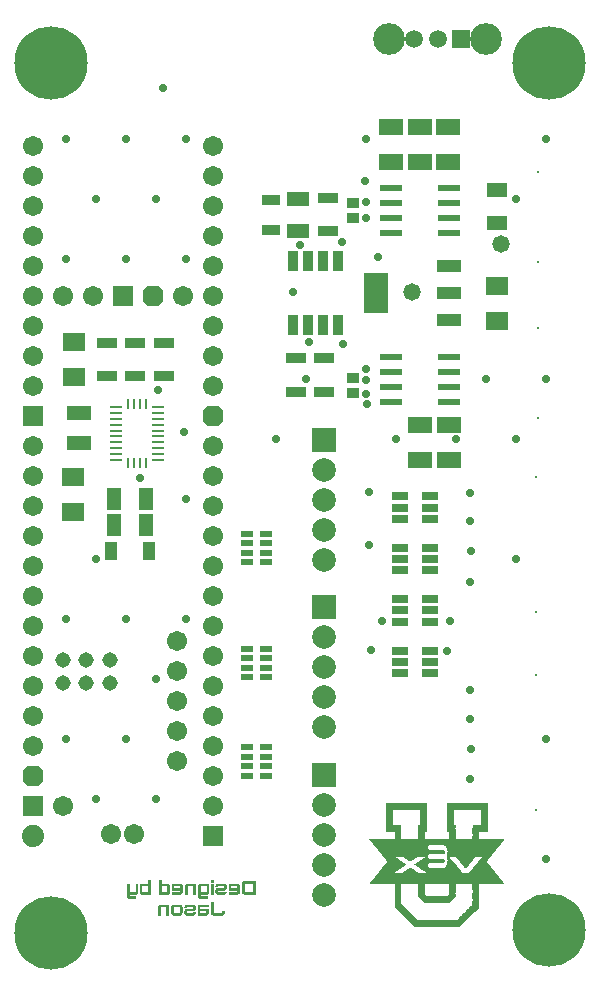
<source format=gbr>
G04*
G04 #@! TF.GenerationSoftware,Altium Limited,Altium Designer,24.3.1 (35)*
G04*
G04 Layer_Color=16711935*
%FSLAX44Y44*%
%MOMM*%
G71*
G04*
G04 #@! TF.SameCoordinates,D61E4413-AD1B-46AA-9FCE-7A96C032C263*
G04*
G04*
G04 #@! TF.FilePolarity,Negative*
G04*
G01*
G75*
%ADD31R,1.7112X1.7112*%
%ADD32R,1.7112X1.7112*%
%ADD33C,1.8796*%
G04:AMPARAMS|DCode=34|XSize=1.7112mm|YSize=1.7112mm|CornerRadius=0mm|HoleSize=0mm|Usage=FLASHONLY|Rotation=180.000|XOffset=0mm|YOffset=0mm|HoleType=Round|Shape=Octagon|*
%AMOCTAGOND34*
4,1,8,-0.8556,0.4278,-0.8556,-0.4278,-0.4278,-0.8556,0.4278,-0.8556,0.8556,-0.4278,0.8556,0.4278,0.4278,0.8556,-0.4278,0.8556,-0.8556,0.4278,0.0*
%
%ADD34OCTAGOND34*%

%ADD35C,1.7112*%
%ADD36C,1.3112*%
%ADD37R,1.5032X1.5032*%
%ADD38C,2.6932*%
%ADD39C,1.5032*%
%ADD40C,2.0032*%
%ADD41R,2.0032X2.0032*%
%ADD42C,0.2032*%
%ADD43C,0.7032*%
%ADD44C,1.4732*%
%ADD45C,6.2032*%
%ADD62R,1.0000X1.5000*%
%ADD63R,1.8582X1.5055*%
%ADD65R,0.2500X0.9560*%
%ADD66R,1.0560X0.2500*%
%ADD68R,1.9800X0.5300*%
%ADD69R,1.7582X1.3055*%
%ADD71R,1.7000X0.9500*%
%ADD77R,1.6098X0.9561*%
%ADD80R,2.0032X1.2032*%
%ADD81R,2.0032X1.3532*%
%ADD82R,1.0532X0.9032*%
%ADD83R,0.8532X1.7282*%
%ADD84R,1.4532X0.8032*%
%ADD85R,2.0532X1.1032*%
%ADD86R,2.0532X3.4032*%
%ADD87R,1.9032X1.1532*%
%ADD88R,1.1032X0.6032*%
%ADD89R,1.1532X1.9032*%
G36*
X73240Y-260099D02*
X73128Y-260162D01*
X73103Y-260261D01*
X73091Y-283928D01*
X73166Y-284028D01*
X73265Y-284053D01*
X73440Y-284078D01*
X80120Y-284103D01*
X80182Y-284165D01*
X80207Y-284265D01*
X80182Y-284589D01*
X80195Y-290135D01*
X80145Y-290260D01*
X80070Y-290334D01*
X79945Y-290384D01*
X79696Y-290409D01*
X79621Y-290384D01*
X59294Y-290397D01*
X59132Y-290334D01*
X58958Y-290359D01*
X58896Y-290422D01*
X58871Y-290521D01*
X58896Y-290671D01*
X59033Y-290808D01*
X59082Y-290833D01*
X59170Y-290920D01*
X59195Y-290970D01*
X59257Y-291032D01*
X59307Y-291057D01*
X59394Y-291144D01*
X59519Y-291369D01*
X59643Y-291493D01*
X59731Y-291655D01*
X59780Y-291680D01*
X59843Y-291743D01*
X59868Y-291793D01*
X59992Y-291967D01*
X60079Y-292029D01*
X60117Y-292067D01*
X60142Y-292117D01*
X60254Y-292254D01*
X60366Y-292366D01*
X60466Y-292540D01*
X60566Y-292640D01*
X60591Y-292690D01*
X60715Y-292864D01*
X60753Y-292902D01*
X60802Y-292927D01*
X60865Y-292989D01*
X60890Y-293039D01*
X61014Y-293164D01*
X61039Y-293213D01*
X61176Y-293425D01*
X61226Y-293450D01*
X61288Y-293512D01*
X61413Y-293737D01*
X61538Y-293861D01*
X61563Y-293911D01*
X61675Y-294073D01*
X61725Y-294098D01*
X61837Y-294210D01*
X61862Y-294260D01*
X61986Y-294435D01*
X62011Y-294485D01*
X62098Y-294597D01*
X62148Y-294622D01*
X62260Y-294734D01*
X62360Y-294908D01*
X62684Y-295232D01*
X62709Y-295282D01*
X62759Y-295332D01*
X62859Y-295506D01*
X62896Y-295544D01*
X62934Y-295556D01*
X62958Y-295606D01*
X63058Y-295781D01*
X63120Y-295843D01*
X63170Y-295868D01*
X63233Y-295955D01*
X63345Y-296067D01*
X63395Y-296092D01*
X63432Y-296130D01*
X63457Y-296180D01*
X63557Y-296354D01*
X63681Y-296479D01*
X63706Y-296528D01*
X63831Y-296703D01*
X63868Y-296740D01*
X63906Y-296753D01*
X63931Y-296803D01*
X64055Y-296977D01*
X64093Y-297015D01*
X64142Y-297039D01*
X64180Y-297077D01*
X64255Y-297201D01*
X64404Y-297351D01*
X64504Y-297526D01*
X64541Y-297588D01*
X64579Y-297600D01*
X64604Y-297650D01*
X64653Y-297700D01*
X64678Y-297750D01*
X64791Y-297887D01*
X64878Y-297974D01*
X65002Y-298199D01*
X65152Y-298348D01*
X65252Y-298522D01*
X65576Y-298846D01*
X65601Y-298896D01*
X65725Y-299071D01*
X65850Y-299195D01*
X65925Y-299320D01*
X66124Y-299520D01*
X66149Y-299569D01*
X66211Y-299657D01*
X66261Y-299682D01*
X66323Y-299744D01*
X66448Y-299968D01*
X66573Y-300093D01*
X66672Y-300267D01*
X66710Y-300305D01*
X66760Y-300330D01*
X66897Y-300541D01*
X66959Y-300604D01*
X67009Y-300629D01*
X67046Y-300666D01*
X67071Y-300716D01*
X67183Y-300853D01*
X67295Y-300965D01*
X67395Y-301140D01*
X67495Y-301239D01*
X67520Y-301289D01*
X67645Y-301464D01*
X67707Y-301526D01*
X67757Y-301551D01*
X67794Y-301588D01*
X67819Y-301638D01*
X67944Y-301813D01*
X68018Y-301937D01*
X68155Y-302075D01*
X68205Y-302099D01*
X68317Y-302286D01*
X68342Y-302336D01*
X68492Y-302486D01*
X68592Y-302660D01*
X68941Y-303009D01*
X69040Y-303184D01*
X69190Y-303333D01*
X69215Y-303383D01*
X69377Y-303620D01*
X69464Y-303682D01*
X69489Y-303732D01*
X69688Y-303931D01*
X69788Y-304106D01*
X69913Y-304231D01*
X70012Y-304405D01*
X70324Y-304717D01*
X70361Y-304729D01*
X70386Y-304779D01*
X70486Y-304953D01*
X70611Y-305078D01*
X70636Y-305128D01*
X70760Y-305302D01*
X70835Y-305377D01*
X70860Y-305427D01*
X70997Y-305639D01*
X71047Y-305664D01*
X71109Y-305726D01*
X71234Y-305950D01*
X71583Y-306299D01*
X71608Y-306349D01*
X71732Y-306524D01*
X71807Y-306598D01*
X71907Y-306773D01*
X72106Y-306972D01*
X72131Y-307022D01*
X72218Y-307085D01*
X72306Y-307172D01*
X72331Y-307222D01*
X72455Y-307396D01*
X72505Y-307446D01*
X72530Y-307496D01*
X72704Y-307720D01*
X72779Y-307795D01*
X72879Y-307969D01*
X72966Y-308032D01*
X73053Y-308119D01*
X73078Y-308169D01*
X73166Y-308281D01*
X73215Y-308306D01*
X73253Y-308343D01*
X73377Y-308568D01*
X73502Y-308692D01*
X73602Y-308867D01*
X73951Y-309216D01*
X73976Y-309315D01*
X73913Y-309403D01*
X73864Y-309428D01*
X73776Y-309515D01*
X73677Y-309689D01*
X73552Y-309789D01*
X73527Y-309839D01*
X73440Y-309926D01*
X73390Y-309951D01*
X73190Y-310250D01*
X73103Y-310337D01*
X73004Y-310512D01*
X72829Y-310686D01*
X72729Y-310861D01*
X72630Y-310961D01*
X72605Y-311010D01*
X72468Y-311147D01*
X72418Y-311172D01*
X72380Y-311210D01*
X72281Y-311384D01*
X72156Y-311509D01*
X72031Y-311733D01*
X71969Y-311796D01*
X71919Y-311821D01*
X71745Y-312095D01*
X71633Y-312207D01*
X71608Y-312257D01*
X71545Y-312319D01*
X71495Y-312344D01*
X71408Y-312431D01*
X71309Y-312606D01*
X71184Y-312730D01*
X71084Y-312905D01*
X70686Y-313304D01*
X70586Y-313478D01*
X70486Y-313578D01*
X70461Y-313628D01*
X70336Y-313802D01*
X70287Y-313852D01*
X70262Y-313902D01*
X70212Y-313952D01*
X70112Y-314126D01*
X70050Y-314188D01*
X70000Y-314213D01*
X69938Y-314276D01*
X69913Y-314326D01*
X69713Y-314525D01*
X69614Y-314699D01*
X69514Y-314799D01*
X69489Y-314849D01*
X69364Y-315023D01*
X69040Y-315347D01*
X68966Y-315547D01*
X68853Y-315659D01*
X68804Y-315684D01*
X68667Y-315896D01*
X68517Y-316045D01*
X68417Y-316220D01*
X68068Y-316569D01*
X67969Y-316743D01*
X67794Y-316918D01*
X67694Y-317092D01*
X67545Y-317242D01*
X67445Y-317416D01*
X67395Y-317466D01*
X67370Y-317516D01*
X67308Y-317578D01*
X67258Y-317603D01*
X67146Y-317715D01*
X67121Y-317765D01*
X67021Y-317940D01*
X66934Y-318027D01*
X66897Y-318039D01*
X66872Y-318089D01*
X66822Y-318139D01*
X66797Y-318214D01*
X66685Y-318351D01*
X66398Y-318638D01*
X66373Y-318687D01*
X66249Y-318862D01*
X66174Y-318937D01*
X66149Y-318987D01*
X66024Y-319161D01*
X65925Y-319261D01*
X65900Y-319311D01*
X65788Y-319448D01*
X65650Y-319560D01*
X65526Y-319734D01*
X65451Y-319809D01*
X65351Y-319984D01*
X65252Y-320083D01*
X65227Y-320133D01*
X65127Y-320283D01*
X65102Y-320333D01*
X65015Y-320420D01*
X64965Y-320445D01*
X64878Y-320532D01*
X64778Y-320706D01*
X64728Y-320756D01*
X64703Y-320806D01*
X64479Y-321031D01*
X64379Y-321205D01*
X64255Y-321330D01*
X64130Y-321554D01*
X64093Y-321591D01*
X64043Y-321616D01*
X63906Y-321753D01*
X63881Y-321803D01*
X63793Y-321866D01*
X63756Y-321903D01*
X63656Y-322077D01*
X63582Y-322152D01*
X63557Y-322202D01*
X63507Y-322252D01*
X63432Y-322377D01*
X63320Y-322514D01*
X63282Y-322551D01*
X63183Y-322725D01*
X63071Y-322838D01*
X63033Y-322850D01*
X63008Y-322900D01*
X62784Y-323124D01*
X62684Y-323299D01*
X62560Y-323423D01*
X62460Y-323598D01*
X62360Y-323698D01*
X62335Y-323747D01*
X62236Y-323922D01*
X62061Y-324096D01*
X62036Y-324146D01*
X61999Y-324209D01*
X61949Y-324234D01*
X61899Y-324283D01*
X61849Y-324308D01*
X61812Y-324346D01*
X61712Y-324520D01*
X61588Y-324645D01*
X61563Y-324695D01*
X61500Y-324757D01*
X61450Y-324782D01*
X61363Y-324869D01*
X61263Y-325044D01*
X61139Y-325168D01*
X61039Y-325343D01*
X60865Y-325517D01*
X60765Y-325692D01*
X60665Y-325791D01*
X60640Y-325841D01*
X60591Y-325891D01*
X60578Y-325928D01*
X60528Y-325953D01*
X60478Y-326003D01*
X60441Y-326016D01*
X60416Y-326066D01*
X60279Y-326277D01*
X60229Y-326302D01*
X60117Y-326489D01*
X60092Y-326539D01*
X59893Y-326739D01*
X59793Y-326913D01*
X59693Y-327013D01*
X59668Y-327063D01*
X59556Y-327175D01*
X59506Y-327200D01*
X59444Y-327262D01*
X59344Y-327436D01*
X59219Y-327561D01*
X59107Y-327773D01*
X59057Y-327798D01*
X58920Y-327910D01*
X58871Y-328035D01*
X58896Y-328134D01*
X58958Y-328197D01*
X59057Y-328222D01*
X80058Y-328209D01*
X80157Y-328284D01*
X80182Y-328384D01*
X80207Y-347651D01*
X80382Y-347876D01*
X83547Y-351041D01*
X83647Y-351216D01*
X83709Y-351278D01*
X83759Y-351303D01*
X83871Y-351415D01*
X83896Y-351465D01*
X83934Y-351502D01*
X83983Y-351527D01*
X84096Y-351640D01*
X84121Y-351689D01*
X84183Y-351752D01*
X84233Y-351777D01*
X84345Y-351889D01*
X84370Y-351939D01*
X84407Y-351976D01*
X84457Y-352001D01*
X84681Y-352175D01*
X84744Y-352238D01*
X84769Y-352288D01*
X84893Y-352462D01*
X85093Y-352587D01*
X85217Y-352711D01*
X85242Y-352761D01*
X85367Y-352936D01*
X85566Y-353060D01*
X85716Y-353210D01*
X85815Y-353384D01*
X85853Y-353422D01*
X85903Y-353447D01*
X86077Y-353571D01*
X86164Y-353658D01*
X86189Y-353708D01*
X86326Y-353895D01*
X86376Y-353920D01*
X86551Y-354045D01*
X86663Y-354157D01*
X86763Y-354332D01*
X86800Y-354369D01*
X86850Y-354394D01*
X86962Y-354506D01*
X86987Y-354556D01*
X87049Y-354618D01*
X87099Y-354643D01*
X87211Y-354755D01*
X87236Y-354805D01*
X87298Y-354867D01*
X87348Y-354892D01*
X87461Y-355005D01*
X87486Y-355054D01*
X87997Y-355565D01*
X88046Y-355590D01*
X88159Y-355702D01*
X88183Y-355752D01*
X88246Y-355815D01*
X88296Y-355840D01*
X88408Y-355952D01*
X88433Y-356002D01*
X88495Y-356064D01*
X88545Y-356089D01*
X88657Y-356201D01*
X88682Y-356251D01*
X88719Y-356288D01*
X88769Y-356313D01*
X88881Y-356425D01*
X88906Y-356475D01*
X88969Y-356537D01*
X89018Y-356562D01*
X89131Y-356674D01*
X89156Y-356724D01*
X89193Y-356762D01*
X89243Y-356787D01*
X89355Y-356899D01*
X89380Y-356949D01*
X89442Y-357011D01*
X89492Y-357036D01*
X89604Y-357148D01*
X89629Y-357198D01*
X89691Y-357260D01*
X89741Y-357285D01*
X89853Y-357397D01*
X89878Y-357447D01*
X89916Y-357485D01*
X89966Y-357509D01*
X90078Y-357622D01*
X90103Y-357672D01*
X90165Y-357734D01*
X90215Y-357759D01*
X90327Y-357871D01*
X90352Y-357921D01*
X90389Y-357958D01*
X90439Y-357983D01*
X90551Y-358095D01*
X90576Y-358145D01*
X91424Y-358993D01*
X91449Y-359043D01*
X91561Y-359180D01*
X91735Y-359279D01*
X91798Y-359366D01*
X92084Y-359653D01*
X92134Y-359678D01*
X92259Y-359878D01*
X92433Y-360002D01*
X92558Y-360127D01*
X92595Y-360139D01*
X92620Y-360189D01*
X92757Y-360376D01*
X92807Y-360401D01*
X92944Y-360538D01*
X92969Y-360588D01*
X93006Y-360625D01*
X93181Y-360725D01*
X93306Y-360874D01*
X93505Y-361074D01*
X93555Y-361099D01*
X93692Y-361311D01*
X93729Y-361348D01*
X93779Y-361373D01*
X93891Y-361485D01*
X93916Y-361535D01*
X93954Y-361572D01*
X94004Y-361597D01*
X94141Y-361735D01*
X94166Y-361784D01*
X94253Y-361872D01*
X94303Y-361897D01*
X94427Y-362046D01*
X94477Y-362096D01*
X94527Y-362121D01*
X94564Y-362158D01*
X94589Y-362208D01*
X94726Y-362345D01*
X94776Y-362370D01*
X94814Y-362407D01*
X94839Y-362457D01*
X94951Y-362570D01*
X95001Y-362594D01*
X95038Y-362632D01*
X95063Y-362682D01*
X95200Y-362819D01*
X95250Y-362844D01*
X95287Y-362881D01*
X95312Y-362931D01*
X95424Y-363043D01*
X95474Y-363068D01*
X95536Y-363130D01*
X95562Y-363180D01*
X95674Y-363292D01*
X95723Y-363317D01*
X95761Y-363355D01*
X95786Y-363405D01*
X95923Y-363542D01*
X95973Y-363567D01*
X96010Y-363604D01*
X96035Y-363654D01*
X96147Y-363766D01*
X96197Y-363791D01*
X96235Y-363828D01*
X96259Y-363878D01*
X96397Y-364015D01*
X96446Y-364040D01*
X96484Y-364077D01*
X96509Y-364127D01*
X96646Y-364264D01*
X96696Y-364289D01*
X96733Y-364327D01*
X96758Y-364377D01*
X96870Y-364489D01*
X96920Y-364514D01*
X96957Y-364551D01*
X96982Y-364601D01*
X97094Y-364713D01*
X134845Y-364726D01*
X134944Y-364701D01*
X135094Y-364576D01*
X136913Y-362757D01*
X136938Y-362707D01*
X137051Y-362570D01*
X137100Y-362545D01*
X137238Y-362432D01*
X140503Y-359167D01*
X140528Y-359117D01*
X140640Y-358980D01*
X140690Y-358955D01*
X140827Y-358843D01*
X144092Y-355578D01*
X144117Y-355528D01*
X144229Y-355391D01*
X144279Y-355366D01*
X144416Y-355254D01*
X147681Y-351988D01*
X147706Y-351939D01*
X147818Y-351802D01*
X147868Y-351777D01*
X148006Y-351664D01*
X151271Y-348399D01*
X151296Y-348349D01*
X151408Y-348212D01*
X151458Y-348187D01*
X151595Y-348075D01*
X151732Y-347938D01*
X151782Y-347913D01*
X151869Y-347751D01*
X151919Y-347577D01*
X151931Y-328745D01*
X151882Y-328620D01*
X151844Y-328508D01*
X151869Y-328359D01*
X151931Y-328296D01*
X152056Y-328247D01*
X152230Y-328222D01*
X173093Y-328247D01*
X173143Y-328271D01*
X173230Y-328209D01*
X173206Y-328110D01*
X173031Y-327785D01*
X172857Y-327611D01*
X172757Y-327436D01*
X172408Y-327088D01*
X172308Y-326913D01*
X172109Y-326714D01*
X172096Y-326676D01*
X172047Y-326651D01*
X171909Y-326514D01*
X171810Y-326340D01*
X171710Y-326240D01*
X171685Y-326190D01*
X171560Y-326016D01*
X171436Y-325891D01*
X171336Y-325717D01*
X171249Y-325654D01*
X171162Y-325567D01*
X171137Y-325517D01*
X171049Y-325405D01*
X171000Y-325380D01*
X170887Y-325193D01*
X170863Y-325143D01*
X170713Y-324994D01*
X170613Y-324819D01*
X170551Y-324757D01*
X170513Y-324744D01*
X170489Y-324695D01*
X170364Y-324520D01*
X170327Y-324483D01*
X170277Y-324458D01*
X170239Y-324421D01*
X170214Y-324371D01*
X170102Y-324234D01*
X169990Y-324121D01*
X169865Y-323897D01*
X169766Y-323797D01*
X169741Y-323747D01*
X169629Y-323610D01*
X169541Y-323523D01*
X169517Y-323473D01*
X169404Y-323311D01*
X169354Y-323286D01*
X169267Y-323199D01*
X169242Y-323149D01*
X169130Y-323012D01*
X169018Y-322900D01*
X168918Y-322725D01*
X168819Y-322626D01*
X168794Y-322576D01*
X168669Y-322402D01*
X168632Y-322364D01*
X168582Y-322339D01*
X168519Y-322277D01*
X168494Y-322227D01*
X168370Y-322102D01*
X168345Y-322052D01*
X168208Y-321841D01*
X168158Y-321816D01*
X168096Y-321753D01*
X167971Y-321529D01*
X167847Y-321404D01*
X167747Y-321230D01*
X167709Y-321193D01*
X167659Y-321168D01*
X167522Y-321031D01*
X167498Y-320981D01*
X167373Y-320856D01*
X167273Y-320682D01*
X167124Y-320532D01*
X167024Y-320358D01*
X166675Y-320009D01*
X166650Y-319959D01*
X166513Y-319747D01*
X166476Y-319734D01*
X166451Y-319685D01*
X166351Y-319535D01*
X166326Y-319485D01*
X166264Y-319423D01*
X166214Y-319398D01*
X166039Y-319124D01*
X165703Y-318787D01*
X165603Y-318613D01*
X165541Y-318550D01*
X165491Y-318526D01*
X165429Y-318413D01*
X165354Y-318289D01*
X165179Y-318114D01*
X165154Y-318064D01*
X165117Y-318027D01*
X165067Y-318002D01*
X164980Y-317915D01*
X164880Y-317740D01*
X164768Y-317603D01*
X164731Y-317566D01*
X164706Y-317516D01*
X164594Y-317379D01*
X164506Y-317292D01*
X164407Y-317117D01*
X164369Y-317080D01*
X164319Y-317055D01*
X164232Y-316968D01*
X164207Y-316918D01*
X164095Y-316781D01*
X164008Y-316693D01*
X163908Y-316519D01*
X163808Y-316419D01*
X163783Y-316369D01*
X163659Y-316195D01*
X163584Y-316120D01*
X163559Y-316070D01*
X163422Y-315858D01*
X163372Y-315833D01*
X163310Y-315771D01*
X163285Y-315721D01*
X163173Y-315609D01*
X163123Y-315584D01*
X163061Y-315522D01*
X162936Y-315298D01*
X162811Y-315173D01*
X162712Y-314998D01*
X162612Y-314899D01*
X162587Y-314849D01*
X162463Y-314674D01*
X162089Y-314301D01*
X161989Y-314126D01*
X161889Y-314026D01*
X161864Y-313977D01*
X161740Y-313802D01*
X161677Y-313740D01*
X161628Y-313715D01*
X161590Y-313677D01*
X161565Y-313628D01*
X161515Y-313578D01*
X161490Y-313528D01*
X161391Y-313428D01*
X161291Y-313254D01*
X161254Y-313216D01*
X161204Y-313191D01*
X161166Y-313154D01*
X161141Y-313104D01*
X161042Y-312930D01*
X160917Y-312805D01*
X160892Y-312755D01*
X160767Y-312581D01*
X160443Y-312257D01*
X160344Y-312082D01*
X160194Y-311933D01*
X160169Y-311883D01*
X160007Y-311646D01*
X159920Y-311559D01*
X159820Y-311384D01*
X159783Y-311347D01*
X159733Y-311322D01*
X159696Y-311285D01*
X159671Y-311235D01*
X159471Y-311035D01*
X159372Y-310861D01*
X159222Y-310711D01*
X159197Y-310661D01*
X159073Y-310487D01*
X158823Y-310238D01*
X158798Y-310188D01*
X158674Y-310013D01*
X158499Y-309839D01*
X158425Y-309714D01*
X158337Y-309627D01*
X158300Y-309615D01*
X158275Y-309565D01*
X158175Y-309415D01*
X158150Y-309315D01*
X158175Y-309216D01*
X158275Y-309041D01*
X158387Y-308904D01*
X158674Y-308617D01*
X158699Y-308568D01*
X158823Y-308393D01*
X158898Y-308318D01*
X158923Y-308269D01*
X159023Y-308094D01*
X159085Y-308032D01*
X159135Y-308007D01*
X159235Y-307857D01*
X159446Y-307645D01*
X159521Y-307521D01*
X159646Y-307396D01*
X159671Y-307346D01*
X159795Y-307172D01*
X159895Y-307072D01*
X159995Y-306898D01*
X160119Y-306773D01*
X160144Y-306723D01*
X160257Y-306586D01*
X160369Y-306499D01*
X160394Y-306449D01*
X160518Y-306275D01*
X160618Y-306175D01*
X160643Y-306125D01*
X160755Y-305988D01*
X160792Y-305950D01*
X160817Y-305901D01*
X160979Y-305664D01*
X161091Y-305552D01*
X161117Y-305502D01*
X161204Y-305390D01*
X161254Y-305365D01*
X161341Y-305302D01*
X161366Y-305252D01*
X161490Y-305078D01*
X161565Y-305003D01*
X161665Y-304829D01*
X162014Y-304480D01*
X162039Y-304430D01*
X162138Y-304255D01*
X162263Y-304156D01*
X162388Y-303931D01*
X162537Y-303782D01*
X162637Y-303607D01*
X162762Y-303483D01*
X162861Y-303308D01*
X162948Y-303221D01*
X162998Y-303196D01*
X163061Y-303109D01*
X163260Y-302910D01*
X163360Y-302735D01*
X163459Y-302635D01*
X163484Y-302585D01*
X163609Y-302411D01*
X163908Y-302112D01*
X163933Y-302062D01*
X164095Y-301825D01*
X164182Y-301763D01*
X164207Y-301713D01*
X164307Y-301539D01*
X164681Y-301165D01*
X164781Y-300990D01*
X164905Y-300865D01*
X165005Y-300691D01*
X165254Y-300442D01*
X165329Y-300317D01*
X165491Y-300105D01*
X165541Y-300080D01*
X165603Y-300018D01*
X165628Y-299968D01*
X165753Y-299794D01*
X165828Y-299719D01*
X165852Y-299669D01*
X165952Y-299495D01*
X166127Y-299320D01*
X166152Y-299270D01*
X166214Y-299183D01*
X166264Y-299158D01*
X166376Y-299046D01*
X166463Y-298884D01*
X166513Y-298859D01*
X166600Y-298772D01*
X166700Y-298597D01*
X166800Y-298498D01*
X166824Y-298448D01*
X166924Y-298273D01*
X166962Y-298236D01*
X167012Y-298211D01*
X167148Y-298074D01*
X167174Y-298024D01*
X167211Y-297987D01*
X167261Y-297962D01*
X167298Y-297924D01*
X167323Y-297874D01*
X167448Y-297700D01*
X167498Y-297650D01*
X167522Y-297600D01*
X167647Y-297426D01*
X167672Y-297376D01*
X168021Y-297027D01*
X168121Y-296852D01*
X168270Y-296703D01*
X168295Y-296653D01*
X168420Y-296479D01*
X168519Y-296379D01*
X168544Y-296329D01*
X168781Y-296017D01*
X168831Y-295993D01*
X168943Y-295880D01*
X168968Y-295830D01*
X169068Y-295656D01*
X169130Y-295594D01*
X169180Y-295569D01*
X169217Y-295531D01*
X169342Y-295307D01*
X169467Y-295182D01*
X169566Y-295008D01*
X169915Y-294659D01*
X169940Y-294609D01*
X170065Y-294435D01*
X170189Y-294310D01*
X170289Y-294136D01*
X170464Y-293961D01*
X170489Y-293911D01*
X170576Y-293849D01*
X170638Y-293787D01*
X170738Y-293612D01*
X170838Y-293512D01*
X170863Y-293463D01*
X171024Y-293226D01*
X171162Y-293089D01*
X171261Y-292914D01*
X171610Y-292565D01*
X171710Y-292391D01*
X171835Y-292266D01*
X171959Y-292042D01*
X172047Y-291980D01*
X172184Y-291842D01*
X172208Y-291793D01*
X172296Y-291730D01*
X172333Y-291693D01*
X172433Y-291518D01*
X172508Y-291444D01*
X172533Y-291394D01*
X172582Y-291344D01*
X172682Y-291169D01*
X172807Y-291045D01*
X172906Y-290870D01*
X172994Y-290783D01*
X173043Y-290758D01*
X173106Y-290696D01*
X173131Y-290646D01*
X173230Y-290422D01*
X173168Y-290359D01*
X173068Y-290334D01*
X172819Y-290359D01*
X172744Y-290384D01*
X172645Y-290409D01*
X172246Y-290384D01*
X152168Y-290397D01*
X152068Y-290372D01*
X151981Y-290309D01*
X151944Y-290272D01*
X151919Y-290172D01*
X151906Y-284228D01*
X151944Y-284140D01*
X152081Y-284078D01*
X152330Y-284053D01*
X152405Y-284078D01*
X158811Y-284053D01*
X158923Y-283966D01*
X158948Y-283866D01*
X158973Y-283492D01*
X158948Y-283417D01*
X158960Y-280364D01*
X158935Y-280215D01*
X158923Y-280052D01*
X158948Y-279978D01*
X158973Y-279728D01*
X158948Y-279255D01*
X158923Y-279180D01*
X158960Y-278943D01*
X158973Y-278432D01*
X158948Y-278358D01*
X158923Y-278183D01*
X158948Y-278008D01*
X158973Y-277909D01*
X158948Y-277360D01*
X158923Y-277286D01*
X158948Y-277036D01*
X158973Y-276962D01*
Y-276787D01*
Y-276762D01*
X158948Y-276214D01*
X158960Y-273185D01*
X158935Y-273036D01*
X158923Y-272874D01*
X158948Y-272799D01*
X158973Y-272550D01*
X158948Y-272076D01*
X158923Y-272001D01*
X158960Y-271765D01*
X158973Y-271254D01*
X158948Y-271179D01*
X158923Y-271004D01*
X158948Y-270830D01*
X158973Y-270730D01*
X158948Y-270182D01*
X158923Y-270107D01*
X158948Y-269858D01*
X158973Y-269783D01*
X158948Y-268636D01*
X158960Y-265508D01*
X158935Y-265384D01*
X158923Y-265197D01*
X158948Y-265122D01*
X158973Y-264947D01*
X158948Y-264424D01*
X158923Y-264349D01*
X158960Y-264112D01*
X158973Y-263601D01*
X158948Y-263527D01*
X158923Y-263352D01*
X158948Y-263178D01*
X158973Y-263078D01*
X158948Y-262505D01*
X158923Y-262430D01*
X158960Y-262168D01*
X158973Y-261956D01*
X158948Y-261882D01*
X158960Y-260772D01*
X158948Y-260511D01*
X158973Y-260436D01*
X158948Y-260162D01*
X158886Y-260099D01*
X158711Y-260074D01*
X158537Y-260099D01*
X157926Y-260087D01*
X157776Y-260112D01*
X157515Y-260124D01*
X157440Y-260099D01*
X157303Y-260087D01*
X157066Y-260099D01*
X156991Y-260074D01*
X156917Y-260099D01*
X156667Y-260124D01*
X156405Y-260087D01*
X156343Y-260074D01*
X156268Y-260099D01*
X156032Y-260087D01*
X155695Y-260124D01*
X155359Y-260087D01*
X150859Y-260099D01*
X150785Y-260074D01*
X150685Y-260099D01*
X150436Y-260124D01*
X150174Y-260087D01*
X150137Y-260074D01*
X150062Y-260099D01*
X149800Y-260087D01*
X149651Y-260112D01*
X149389Y-260124D01*
X149314Y-260099D01*
X149152Y-260087D01*
X148915Y-260099D01*
X148865Y-260074D01*
X148791Y-260099D01*
X148467Y-260124D01*
X148367Y-260099D01*
X148180Y-260087D01*
X143681Y-260099D01*
X143606Y-260074D01*
X143506Y-260099D01*
X143257Y-260124D01*
X142995Y-260087D01*
X142958Y-260074D01*
X142883Y-260099D01*
X142621Y-260087D01*
X142472Y-260112D01*
X142210Y-260124D01*
X142135Y-260099D01*
X141973Y-260087D01*
X141737Y-260099D01*
X141687Y-260074D01*
X141612Y-260099D01*
X141288Y-260124D01*
X141188Y-260099D01*
X141001Y-260087D01*
X136502Y-260099D01*
X136427Y-260074D01*
X136328Y-260099D01*
X136079Y-260124D01*
X135817Y-260087D01*
X135779Y-260074D01*
X135705Y-260099D01*
X135443Y-260087D01*
X135293Y-260112D01*
X135032Y-260124D01*
X134957Y-260099D01*
X134795Y-260087D01*
X134558Y-260099D01*
X134508Y-260074D01*
X134433Y-260099D01*
X134109Y-260124D01*
X134010Y-260099D01*
X133823Y-260087D01*
X129324Y-260099D01*
X129249Y-260074D01*
X129149Y-260099D01*
X128900Y-260124D01*
X128638Y-260087D01*
X128601Y-260074D01*
X128526Y-260099D01*
X128264Y-260087D01*
X128115Y-260112D01*
X127853Y-260124D01*
X127778Y-260099D01*
X127616Y-260087D01*
X127379Y-260099D01*
X127330Y-260074D01*
X127255Y-260099D01*
X126931Y-260124D01*
X126831Y-260099D01*
X126644Y-260087D01*
X124475Y-260112D01*
X124401Y-260162D01*
X124376Y-260261D01*
X124351Y-283567D01*
X124301Y-283692D01*
X124326Y-283891D01*
X124463Y-284028D01*
X124662Y-284078D01*
X125796Y-284065D01*
X125921Y-284090D01*
X126046Y-284165D01*
X126071Y-284340D01*
X126046Y-284415D01*
X126021Y-290272D01*
X125934Y-290359D01*
X125734Y-290409D01*
X125410Y-290384D01*
X106205Y-290397D01*
X106117Y-290334D01*
X105981Y-290197D01*
X105956Y-290098D01*
X105981Y-289898D01*
X106030Y-289774D01*
X106055Y-289524D01*
X106030Y-289450D01*
X106055Y-289275D01*
X105981Y-289001D01*
X106005Y-288826D01*
X106030Y-288752D01*
X106055Y-288652D01*
X106043Y-288440D01*
X106055Y-288278D01*
X106030Y-288203D01*
X105981Y-288029D01*
X106005Y-287879D01*
X106030Y-287804D01*
X106055Y-287705D01*
X106030Y-287306D01*
X106043Y-284477D01*
X106030Y-284190D01*
X106093Y-284103D01*
X106267Y-284053D01*
X106442Y-284078D01*
X107638Y-284053D01*
X107700Y-283991D01*
X107725Y-283891D01*
X107713Y-283604D01*
X107725Y-260635D01*
X107700Y-260560D01*
X107725Y-260461D01*
X107700Y-260212D01*
X107638Y-260149D01*
X107439Y-260099D01*
X106728Y-260087D01*
X106579Y-260112D01*
X106317Y-260124D01*
X106242Y-260099D01*
X106080Y-260087D01*
X105843Y-260099D01*
X105794Y-260074D01*
X105719Y-260099D01*
X105395Y-260124D01*
X105295Y-260099D01*
X105108Y-260087D01*
X100609Y-260099D01*
X100534Y-260074D01*
X100435Y-260099D01*
X100185Y-260124D01*
X99923Y-260087D01*
X99886Y-260074D01*
X99811Y-260099D01*
X99550Y-260087D01*
X99400Y-260112D01*
X99138Y-260124D01*
X99064Y-260099D01*
X98902Y-260087D01*
X98665Y-260099D01*
X98615Y-260074D01*
X98540Y-260099D01*
X98216Y-260124D01*
X98116Y-260099D01*
X97929Y-260087D01*
X93430Y-260099D01*
X93356Y-260074D01*
X93256Y-260099D01*
X93006Y-260124D01*
X92745Y-260087D01*
X92708Y-260074D01*
X92633Y-260099D01*
X92371Y-260087D01*
X92221Y-260112D01*
X91960Y-260124D01*
X91885Y-260099D01*
X91723Y-260087D01*
X91486Y-260099D01*
X91436Y-260074D01*
X91362Y-260099D01*
X91037Y-260124D01*
X90938Y-260099D01*
X90751Y-260087D01*
X86252Y-260099D01*
X86177Y-260074D01*
X86077Y-260099D01*
X85828Y-260124D01*
X85566Y-260087D01*
X85529Y-260074D01*
X85454Y-260099D01*
X85192Y-260087D01*
X85043Y-260112D01*
X84781Y-260124D01*
X84706Y-260099D01*
X84544Y-260087D01*
X84307Y-260099D01*
X84258Y-260074D01*
X84183Y-260099D01*
X83859Y-260124D01*
X83759Y-260099D01*
X83572Y-260087D01*
X79073Y-260099D01*
X78998Y-260074D01*
X78899Y-260099D01*
X78649Y-260124D01*
X78387Y-260087D01*
X78350Y-260074D01*
X78275Y-260099D01*
X78014Y-260087D01*
X77864Y-260112D01*
X77602Y-260124D01*
X77528Y-260099D01*
X77366Y-260087D01*
X77129Y-260099D01*
X77079Y-260074D01*
X77004Y-260099D01*
X76680Y-260124D01*
X76580Y-260099D01*
X76393Y-260087D01*
X73340Y-260099D01*
X73315Y-260074D01*
X73240Y-260099D01*
D02*
G37*
G36*
X-73164Y-327290D02*
X-75462D01*
Y-324978D01*
X-73164D01*
Y-327290D01*
D02*
G37*
G36*
X-136896Y-335156D02*
X-136910Y-335382D01*
X-136939Y-335593D01*
X-136995Y-335776D01*
X-137051Y-335960D01*
X-137094Y-336101D01*
X-137150Y-336199D01*
X-137178Y-336270D01*
X-137192Y-336298D01*
X-137319Y-336481D01*
X-137460Y-336650D01*
X-137587Y-336791D01*
X-137728Y-336904D01*
X-137841Y-337003D01*
X-137940Y-337073D01*
X-137996Y-337116D01*
X-138024Y-337130D01*
X-138236Y-337228D01*
X-138433Y-337299D01*
X-138630Y-337355D01*
X-138813Y-337383D01*
X-138969Y-337412D01*
X-139081Y-337426D01*
X-144128D01*
Y-338427D01*
X-144114Y-338483D01*
X-144100Y-338497D01*
X-144058Y-338525D01*
X-138419D01*
X-138433Y-340851D01*
X-144142Y-340837D01*
X-144368Y-340823D01*
X-144593Y-340795D01*
X-144791Y-340738D01*
X-144960Y-340682D01*
X-145101Y-340626D01*
X-145213Y-340569D01*
X-145270Y-340541D01*
X-145298Y-340527D01*
X-145481Y-340400D01*
X-145651Y-340273D01*
X-145792Y-340132D01*
X-145904Y-340005D01*
X-146003Y-339893D01*
X-146073Y-339794D01*
X-146116Y-339738D01*
X-146130Y-339709D01*
X-146229Y-339512D01*
X-146313Y-339315D01*
X-146355Y-339117D01*
X-146398Y-338934D01*
X-146412Y-338779D01*
X-146426Y-338666D01*
Y-338582D01*
Y-338553D01*
Y-328079D01*
X-144128D01*
Y-335043D01*
X-144114Y-335100D01*
X-144100Y-335114D01*
X-144058Y-335128D01*
X-139293D01*
X-139236Y-335114D01*
X-139208D01*
X-139194Y-335071D01*
Y-335043D01*
Y-328079D01*
X-136896D01*
Y-335156D01*
D02*
G37*
G36*
X-37442Y-337426D02*
X-46746D01*
X-46986Y-337411D01*
X-47197Y-337383D01*
X-47408Y-337327D01*
X-47578Y-337271D01*
X-47719Y-337214D01*
X-47832Y-337158D01*
X-47888Y-337130D01*
X-47916Y-337116D01*
X-48113Y-336989D01*
X-48283Y-336848D01*
X-48424Y-336721D01*
X-48550Y-336580D01*
X-48649Y-336467D01*
X-48720Y-336368D01*
X-48762Y-336312D01*
X-48776Y-336284D01*
X-48889Y-336072D01*
X-48959Y-335875D01*
X-49016Y-335678D01*
X-49058Y-335494D01*
X-49086Y-335339D01*
X-49100Y-335212D01*
Y-335128D01*
Y-335100D01*
Y-328107D01*
X-49086Y-327868D01*
X-49044Y-327656D01*
X-49001Y-327445D01*
X-48945Y-327276D01*
X-48875Y-327135D01*
X-48832Y-327022D01*
X-48790Y-326966D01*
X-48776Y-326937D01*
X-48649Y-326754D01*
X-48508Y-326585D01*
X-48367Y-326444D01*
X-48226Y-326331D01*
X-48099Y-326233D01*
X-48001Y-326162D01*
X-47944Y-326120D01*
X-47916Y-326106D01*
X-47719Y-325993D01*
X-47507Y-325923D01*
X-47324Y-325866D01*
X-47141Y-325824D01*
X-46986Y-325796D01*
X-46859Y-325782D01*
X-37442D01*
Y-337426D01*
D02*
G37*
G36*
X-52892Y-328065D02*
X-52681Y-328093D01*
X-52484Y-328150D01*
X-52314Y-328206D01*
X-52173Y-328263D01*
X-52075Y-328319D01*
X-52004Y-328347D01*
X-51976Y-328361D01*
X-51793Y-328488D01*
X-51638Y-328615D01*
X-51497Y-328756D01*
X-51370Y-328897D01*
X-51271Y-329010D01*
X-51201Y-329108D01*
X-51158Y-329165D01*
X-51144Y-329193D01*
X-51046Y-329390D01*
X-50961Y-329588D01*
X-50905Y-329785D01*
X-50876Y-329954D01*
X-50848Y-330109D01*
X-50834Y-330236D01*
Y-330307D01*
Y-330321D01*
Y-330335D01*
Y-335156D01*
X-50848Y-335382D01*
X-50876Y-335593D01*
X-50933Y-335776D01*
X-50989Y-335946D01*
X-51046Y-336086D01*
X-51102Y-336199D01*
X-51130Y-336256D01*
X-51144Y-336284D01*
X-51271Y-336467D01*
X-51412Y-336636D01*
X-51553Y-336777D01*
X-51680Y-336890D01*
X-51793Y-336989D01*
X-51891Y-337059D01*
X-51948Y-337101D01*
X-51976Y-337116D01*
X-52173Y-337214D01*
X-52371Y-337299D01*
X-52568Y-337355D01*
X-52737Y-337383D01*
X-52892Y-337411D01*
X-53019Y-337426D01*
X-60350D01*
X-60364Y-335128D01*
X-53231D01*
X-53174Y-335114D01*
X-53160D01*
X-53132Y-335071D01*
Y-335043D01*
Y-333901D01*
X-60364Y-333887D01*
X-60350Y-330335D01*
X-60335Y-330109D01*
X-60307Y-329898D01*
X-60251Y-329701D01*
X-60209Y-329531D01*
X-60152Y-329390D01*
X-60096Y-329278D01*
X-60068Y-329221D01*
X-60054Y-329193D01*
X-59941Y-329010D01*
X-59800Y-328841D01*
X-59659Y-328700D01*
X-59532Y-328573D01*
X-59419Y-328488D01*
X-59321Y-328418D01*
X-59264Y-328375D01*
X-59236Y-328361D01*
X-59039Y-328263D01*
X-58827Y-328178D01*
X-58644Y-328122D01*
X-58461Y-328093D01*
X-58306Y-328065D01*
X-58179Y-328051D01*
X-53118D01*
X-52892Y-328065D01*
D02*
G37*
G36*
X-64043D02*
X-63832Y-328093D01*
X-63648Y-328150D01*
X-63479Y-328206D01*
X-63338Y-328263D01*
X-63225Y-328319D01*
X-63169Y-328347D01*
X-63141Y-328361D01*
X-62958Y-328488D01*
X-62788Y-328615D01*
X-62647Y-328756D01*
X-62535Y-328897D01*
X-62436Y-329010D01*
X-62365Y-329108D01*
X-62323Y-329165D01*
X-62309Y-329193D01*
X-62210Y-329390D01*
X-62126Y-329588D01*
X-62069Y-329785D01*
X-62041Y-329954D01*
X-62013Y-330109D01*
X-61999Y-330236D01*
Y-330307D01*
Y-330321D01*
Y-330335D01*
Y-331604D01*
X-62013Y-331829D01*
X-62041Y-332041D01*
X-62098Y-332238D01*
X-62154Y-332407D01*
X-62210Y-332548D01*
X-62267Y-332647D01*
X-62295Y-332717D01*
X-62309Y-332745D01*
X-62436Y-332929D01*
X-62577Y-333098D01*
X-62704Y-333239D01*
X-62845Y-333352D01*
X-62958Y-333450D01*
X-63056Y-333521D01*
X-63113Y-333563D01*
X-63141Y-333577D01*
X-63338Y-333676D01*
X-63535Y-333760D01*
X-63733Y-333817D01*
X-63902Y-333859D01*
X-64043Y-333873D01*
X-64170Y-333887D01*
X-64240Y-333901D01*
X-69146D01*
X-69174Y-333915D01*
X-69188Y-333930D01*
X-69217Y-333972D01*
Y-333986D01*
Y-335043D01*
X-69202Y-335100D01*
X-69188Y-335114D01*
X-69146Y-335128D01*
X-64395D01*
X-64339Y-335114D01*
X-64311D01*
X-64297Y-335071D01*
Y-335043D01*
Y-334733D01*
X-61999D01*
Y-335156D01*
X-62013Y-335382D01*
X-62041Y-335593D01*
X-62098Y-335776D01*
X-62154Y-335946D01*
X-62210Y-336086D01*
X-62267Y-336199D01*
X-62295Y-336256D01*
X-62309Y-336284D01*
X-62436Y-336467D01*
X-62577Y-336636D01*
X-62704Y-336777D01*
X-62845Y-336890D01*
X-62958Y-336989D01*
X-63056Y-337059D01*
X-63113Y-337101D01*
X-63141Y-337116D01*
X-63338Y-337214D01*
X-63535Y-337299D01*
X-63733Y-337355D01*
X-63902Y-337383D01*
X-64043Y-337411D01*
X-64170Y-337426D01*
X-69231D01*
X-69470Y-337411D01*
X-69682Y-337383D01*
X-69879Y-337327D01*
X-70048Y-337271D01*
X-70189Y-337214D01*
X-70302Y-337158D01*
X-70359Y-337130D01*
X-70387Y-337116D01*
X-70570Y-336989D01*
X-70725Y-336848D01*
X-70880Y-336721D01*
X-70993Y-336580D01*
X-71091Y-336467D01*
X-71162Y-336368D01*
X-71204Y-336312D01*
X-71218Y-336284D01*
X-71331Y-336086D01*
X-71402Y-335889D01*
X-71458Y-335692D01*
X-71500Y-335522D01*
X-71514Y-335382D01*
X-71529Y-335255D01*
Y-335184D01*
Y-335156D01*
Y-333873D01*
X-71514Y-333648D01*
X-71486Y-333436D01*
X-71444Y-333239D01*
X-71373Y-333070D01*
X-71317Y-332929D01*
X-71275Y-332816D01*
X-71233Y-332760D01*
X-71218Y-332731D01*
X-71091Y-332548D01*
X-70950Y-332379D01*
X-70810Y-332238D01*
X-70683Y-332125D01*
X-70570Y-332026D01*
X-70471Y-331956D01*
X-70415Y-331914D01*
X-70387Y-331900D01*
X-70189Y-331801D01*
X-69992Y-331716D01*
X-69795Y-331660D01*
X-69625Y-331618D01*
X-69456Y-331590D01*
X-69344Y-331575D01*
X-64339D01*
X-64311Y-331561D01*
X-64297Y-331505D01*
Y-331491D01*
Y-330448D01*
Y-330405D01*
X-64311Y-330391D01*
Y-330377D01*
X-64367Y-330349D01*
X-69118D01*
X-69174Y-330363D01*
X-69188Y-330377D01*
X-69202Y-330391D01*
X-69217Y-330419D01*
Y-330434D01*
Y-330448D01*
Y-330744D01*
X-71543D01*
X-71529Y-330335D01*
X-71514Y-330109D01*
X-71486Y-329898D01*
X-71444Y-329701D01*
X-71373Y-329531D01*
X-71317Y-329390D01*
X-71275Y-329278D01*
X-71233Y-329221D01*
X-71218Y-329193D01*
X-71091Y-329010D01*
X-70950Y-328841D01*
X-70810Y-328700D01*
X-70683Y-328587D01*
X-70570Y-328488D01*
X-70471Y-328418D01*
X-70415Y-328375D01*
X-70387Y-328361D01*
X-70189Y-328263D01*
X-69992Y-328178D01*
X-69795Y-328122D01*
X-69625Y-328093D01*
X-69456Y-328065D01*
X-69344Y-328051D01*
X-64269D01*
X-64043Y-328065D01*
D02*
G37*
G36*
X-73164Y-337426D02*
X-75462D01*
Y-328051D01*
X-73164D01*
Y-337426D01*
D02*
G37*
G36*
X-87909D02*
X-90221D01*
Y-330448D01*
Y-330405D01*
X-90235Y-330391D01*
X-90249Y-330377D01*
X-90292Y-330349D01*
X-95042D01*
X-95099Y-330363D01*
X-95113Y-330377D01*
X-95127Y-330391D01*
X-95141Y-330419D01*
Y-330434D01*
Y-330448D01*
Y-337426D01*
X-97453D01*
X-97439Y-330335D01*
X-97425Y-330109D01*
X-97396Y-329898D01*
X-97354Y-329701D01*
X-97284Y-329531D01*
X-97227Y-329390D01*
X-97185Y-329278D01*
X-97143Y-329221D01*
X-97129Y-329193D01*
X-97002Y-329010D01*
X-96875Y-328841D01*
X-96734Y-328700D01*
X-96593Y-328587D01*
X-96480Y-328488D01*
X-96382Y-328418D01*
X-96325Y-328375D01*
X-96297Y-328361D01*
X-96100Y-328263D01*
X-95902Y-328178D01*
X-95705Y-328122D01*
X-95536Y-328093D01*
X-95381Y-328065D01*
X-95254Y-328051D01*
X-87909D01*
Y-337426D01*
D02*
G37*
G36*
X-101189Y-328065D02*
X-100977Y-328093D01*
X-100780Y-328150D01*
X-100611Y-328206D01*
X-100470Y-328263D01*
X-100371Y-328319D01*
X-100301Y-328347D01*
X-100272Y-328361D01*
X-100089Y-328488D01*
X-99934Y-328615D01*
X-99793Y-328756D01*
X-99666Y-328897D01*
X-99567Y-329010D01*
X-99497Y-329108D01*
X-99455Y-329165D01*
X-99441Y-329193D01*
X-99342Y-329390D01*
X-99257Y-329588D01*
X-99201Y-329785D01*
X-99173Y-329954D01*
X-99144Y-330109D01*
X-99130Y-330236D01*
Y-330307D01*
Y-330321D01*
Y-330335D01*
Y-335156D01*
X-99144Y-335382D01*
X-99173Y-335593D01*
X-99229Y-335776D01*
X-99285Y-335946D01*
X-99342Y-336086D01*
X-99398Y-336199D01*
X-99426Y-336256D01*
X-99441Y-336284D01*
X-99567Y-336467D01*
X-99708Y-336636D01*
X-99849Y-336777D01*
X-99976Y-336890D01*
X-100089Y-336989D01*
X-100188Y-337059D01*
X-100244Y-337101D01*
X-100272Y-337116D01*
X-100470Y-337214D01*
X-100667Y-337299D01*
X-100864Y-337355D01*
X-101033Y-337383D01*
X-101189Y-337411D01*
X-101315Y-337426D01*
X-108646Y-337426D01*
X-108660Y-335128D01*
X-101527Y-335128D01*
X-101470Y-335114D01*
X-101456D01*
X-101428Y-335071D01*
Y-335043D01*
Y-333901D01*
X-108660Y-333887D01*
X-108646Y-330335D01*
X-108632Y-330109D01*
X-108604Y-329898D01*
X-108547Y-329701D01*
X-108505Y-329531D01*
X-108449Y-329390D01*
X-108392Y-329278D01*
X-108364Y-329221D01*
X-108350Y-329193D01*
X-108237Y-329010D01*
X-108096Y-328841D01*
X-107955Y-328700D01*
X-107828Y-328573D01*
X-107716Y-328488D01*
X-107617Y-328418D01*
X-107560Y-328375D01*
X-107532Y-328361D01*
X-107335Y-328263D01*
X-107123Y-328178D01*
X-106940Y-328122D01*
X-106757Y-328093D01*
X-106602Y-328065D01*
X-106475Y-328051D01*
X-101414D01*
X-101189Y-328065D01*
D02*
G37*
G36*
X-117118Y-328051D02*
X-112184D01*
X-111945Y-328065D01*
X-111733Y-328093D01*
X-111536Y-328150D01*
X-111353Y-328206D01*
X-111212Y-328263D01*
X-111113Y-328319D01*
X-111042Y-328347D01*
X-111014Y-328361D01*
X-110831Y-328488D01*
X-110676Y-328615D01*
X-110535Y-328756D01*
X-110422Y-328897D01*
X-110323Y-329010D01*
X-110253Y-329108D01*
X-110211Y-329165D01*
X-110197Y-329193D01*
X-110098Y-329390D01*
X-110013Y-329588D01*
X-109957Y-329785D01*
X-109929Y-329954D01*
X-109901Y-330109D01*
X-109886Y-330236D01*
Y-330307D01*
Y-330321D01*
Y-330335D01*
Y-335156D01*
X-109901Y-335382D01*
X-109929Y-335593D01*
X-109985Y-335776D01*
X-110042Y-335960D01*
X-110098Y-336101D01*
X-110154Y-336199D01*
X-110183Y-336270D01*
X-110197Y-336298D01*
X-110323Y-336481D01*
X-110450Y-336650D01*
X-110591Y-336791D01*
X-110718Y-336904D01*
X-110831Y-337003D01*
X-110930Y-337073D01*
X-110986Y-337116D01*
X-111014Y-337130D01*
X-111212Y-337228D01*
X-111423Y-337299D01*
X-111620Y-337355D01*
X-111790Y-337383D01*
X-111959Y-337412D01*
X-112072Y-337426D01*
X-119416D01*
X-119430Y-324978D01*
X-117118D01*
Y-328051D01*
D02*
G37*
G36*
X-126281Y-337426D02*
X-133527D01*
X-133753Y-337412D01*
X-133964Y-337383D01*
X-134162Y-337327D01*
X-134331Y-337271D01*
X-134472Y-337214D01*
X-134584Y-337158D01*
X-134641Y-337130D01*
X-134669Y-337116D01*
X-134852Y-336989D01*
X-135021Y-336848D01*
X-135162Y-336721D01*
X-135275Y-336580D01*
X-135374Y-336467D01*
X-135444Y-336368D01*
X-135487Y-336312D01*
X-135501Y-336284D01*
X-135613Y-336087D01*
X-135684Y-335889D01*
X-135740Y-335692D01*
X-135783Y-335523D01*
X-135797Y-335382D01*
X-135811Y-335255D01*
Y-335184D01*
Y-335156D01*
Y-330335D01*
X-135797Y-330109D01*
X-135768Y-329898D01*
X-135726Y-329701D01*
X-135656Y-329531D01*
X-135599Y-329390D01*
X-135557Y-329278D01*
X-135515Y-329221D01*
X-135501Y-329193D01*
X-135374Y-329010D01*
X-135247Y-328841D01*
X-135106Y-328700D01*
X-134965Y-328587D01*
X-134852Y-328488D01*
X-134754Y-328418D01*
X-134697Y-328375D01*
X-134669Y-328361D01*
X-134472Y-328263D01*
X-134274Y-328178D01*
X-134077Y-328122D01*
X-133908Y-328093D01*
X-133753Y-328065D01*
X-133626Y-328051D01*
X-128593D01*
Y-324978D01*
X-126281D01*
Y-337426D01*
D02*
G37*
G36*
X-78732Y-328065D02*
X-78506Y-328093D01*
X-78309Y-328150D01*
X-78140Y-328206D01*
X-77999Y-328263D01*
X-77900Y-328319D01*
X-77830Y-328347D01*
X-77802Y-328361D01*
X-77618Y-328488D01*
X-77449Y-328615D01*
X-77308Y-328756D01*
X-77196Y-328897D01*
X-77097Y-329010D01*
X-77026Y-329108D01*
X-76984Y-329165D01*
X-76970Y-329193D01*
X-76871Y-329390D01*
X-76787Y-329588D01*
X-76730Y-329785D01*
X-76702Y-329954D01*
X-76674Y-330109D01*
X-76660Y-330236D01*
Y-330307D01*
Y-330321D01*
Y-330335D01*
Y-335156D01*
X-76674Y-335382D01*
X-76702Y-335593D01*
X-76758Y-335776D01*
X-76815Y-335960D01*
X-76857Y-336101D01*
X-76914Y-336199D01*
X-76942Y-336270D01*
X-76956Y-336298D01*
X-77083Y-336481D01*
X-77224Y-336650D01*
X-77351Y-336791D01*
X-77491Y-336904D01*
X-77604Y-337003D01*
X-77703Y-337073D01*
X-77759Y-337116D01*
X-77788Y-337130D01*
X-77999Y-337228D01*
X-78196Y-337299D01*
X-78394Y-337355D01*
X-78577Y-337383D01*
X-78732Y-337411D01*
X-78845Y-337426D01*
X-83892D01*
Y-338708D01*
Y-338737D01*
X-83877Y-338765D01*
X-83863Y-338779D01*
X-83821Y-338807D01*
X-78168D01*
X-78196Y-341119D01*
X-83906D01*
X-84131Y-341105D01*
X-84357Y-341077D01*
X-84554Y-341020D01*
X-84723Y-340964D01*
X-84864Y-340908D01*
X-84977Y-340851D01*
X-85033Y-340823D01*
X-85062Y-340809D01*
X-85245Y-340682D01*
X-85414Y-340555D01*
X-85555Y-340414D01*
X-85668Y-340287D01*
X-85766Y-340175D01*
X-85837Y-340076D01*
X-85879Y-340019D01*
X-85893Y-339991D01*
X-85992Y-339794D01*
X-86077Y-339582D01*
X-86119Y-339385D01*
X-86161Y-339216D01*
X-86175Y-339047D01*
X-86189Y-338934D01*
Y-338849D01*
Y-338821D01*
Y-330335D01*
X-86175Y-330109D01*
X-86147Y-329898D01*
X-86105Y-329701D01*
X-86034Y-329531D01*
X-85978Y-329390D01*
X-85936Y-329278D01*
X-85893Y-329221D01*
X-85879Y-329193D01*
X-85752Y-329010D01*
X-85625Y-328841D01*
X-85485Y-328700D01*
X-85358Y-328587D01*
X-85245Y-328488D01*
X-85146Y-328418D01*
X-85090Y-328375D01*
X-85062Y-328361D01*
X-84864Y-328263D01*
X-84667Y-328178D01*
X-84470Y-328122D01*
X-84300Y-328093D01*
X-84131Y-328065D01*
X-84018Y-328051D01*
X-78958D01*
X-78732Y-328065D01*
D02*
G37*
G36*
X-72959Y-352653D02*
Y-352696D01*
Y-352710D01*
X-72945Y-352738D01*
X-72917Y-352752D01*
X-66038D01*
X-66024Y-352738D01*
X-65995Y-352681D01*
Y-352667D01*
Y-352653D01*
Y-351356D01*
X-63669D01*
Y-352766D01*
X-63684Y-353006D01*
X-63712Y-353217D01*
X-63768Y-353429D01*
X-63825Y-353598D01*
X-63881Y-353753D01*
X-63937Y-353852D01*
X-63966Y-353922D01*
X-63980Y-353950D01*
X-64106Y-354133D01*
X-64247Y-354303D01*
X-64388Y-354444D01*
X-64529Y-354556D01*
X-64642Y-354655D01*
X-64741Y-354725D01*
X-64797Y-354768D01*
X-64825Y-354782D01*
X-65023Y-354880D01*
X-65234Y-354965D01*
X-65431Y-355022D01*
X-65601Y-355050D01*
X-65770Y-355078D01*
X-65883Y-355092D01*
X-72987D01*
X-73227Y-355078D01*
X-73439Y-355050D01*
X-73650Y-354993D01*
X-73819Y-354937D01*
X-73960Y-354880D01*
X-74073Y-354824D01*
X-74129Y-354796D01*
X-74158Y-354782D01*
X-74341Y-354655D01*
X-74510Y-354514D01*
X-74651Y-354387D01*
X-74778Y-354246D01*
X-74876Y-354133D01*
X-74947Y-354035D01*
X-74989Y-353978D01*
X-75003Y-353950D01*
X-75116Y-353739D01*
X-75187Y-353541D01*
X-75243Y-353344D01*
X-75285Y-353161D01*
X-75314Y-353006D01*
X-75328Y-352879D01*
Y-352794D01*
Y-352766D01*
Y-343448D01*
X-72973D01*
X-72959Y-352653D01*
D02*
G37*
G36*
X-77076Y-348015D02*
X-84237D01*
X-84251Y-348029D01*
X-84265Y-348044D01*
X-84279Y-348058D01*
X-84293Y-348086D01*
Y-348100D01*
Y-348114D01*
Y-349242D01*
X-77076Y-349256D01*
Y-352822D01*
X-77090Y-353048D01*
X-77118Y-353259D01*
X-77174Y-353443D01*
X-77231Y-353612D01*
X-77287Y-353753D01*
X-77344Y-353866D01*
X-77372Y-353922D01*
X-77386Y-353950D01*
X-77513Y-354133D01*
X-77639Y-354303D01*
X-77780Y-354444D01*
X-77907Y-354556D01*
X-78020Y-354655D01*
X-78119Y-354725D01*
X-78175Y-354768D01*
X-78203Y-354782D01*
X-78401Y-354880D01*
X-78598Y-354965D01*
X-78795Y-355022D01*
X-78979Y-355050D01*
X-79134Y-355078D01*
X-79247Y-355092D01*
X-86605D01*
X-86591Y-348001D01*
X-86577Y-347776D01*
X-86549Y-347564D01*
X-86493Y-347367D01*
X-86450Y-347198D01*
X-86394Y-347057D01*
X-86337Y-346944D01*
X-86309Y-346888D01*
X-86295Y-346859D01*
X-86182Y-346676D01*
X-86041Y-346507D01*
X-85900Y-346366D01*
X-85773Y-346239D01*
X-85661Y-346155D01*
X-85562Y-346084D01*
X-85506Y-346042D01*
X-85478Y-346028D01*
X-85280Y-345929D01*
X-85069Y-345844D01*
X-84885Y-345788D01*
X-84702Y-345760D01*
X-84547Y-345732D01*
X-84420Y-345718D01*
X-77076D01*
Y-348015D01*
D02*
G37*
G36*
X-90299Y-345732D02*
X-90087Y-345760D01*
X-89904Y-345816D01*
X-89735Y-345873D01*
X-89594Y-345929D01*
X-89481Y-345985D01*
X-89425Y-346013D01*
X-89396Y-346028D01*
X-89213Y-346155D01*
X-89044Y-346281D01*
X-88903Y-346422D01*
X-88790Y-346563D01*
X-88692Y-346676D01*
X-88621Y-346775D01*
X-88579Y-346831D01*
X-88565Y-346859D01*
X-88466Y-347057D01*
X-88382Y-347254D01*
X-88325Y-347451D01*
X-88297Y-347621D01*
X-88269Y-347776D01*
X-88255Y-347902D01*
Y-347973D01*
Y-347987D01*
Y-348001D01*
Y-349270D01*
X-88269Y-349496D01*
X-88297Y-349707D01*
X-88353Y-349904D01*
X-88410Y-350074D01*
X-88466Y-350214D01*
X-88522Y-350313D01*
X-88551Y-350384D01*
X-88565Y-350412D01*
X-88692Y-350595D01*
X-88833Y-350764D01*
X-88959Y-350905D01*
X-89100Y-351018D01*
X-89213Y-351117D01*
X-89312Y-351187D01*
X-89368Y-351229D01*
X-89396Y-351244D01*
X-89594Y-351342D01*
X-89791Y-351427D01*
X-89988Y-351483D01*
X-90158Y-351525D01*
X-90299Y-351540D01*
X-90426Y-351554D01*
X-90496Y-351568D01*
X-95402D01*
X-95430Y-351582D01*
X-95444Y-351596D01*
X-95472Y-351638D01*
Y-351652D01*
Y-352710D01*
X-95458Y-352766D01*
X-95444Y-352780D01*
X-95402Y-352794D01*
X-90651D01*
X-90595Y-352780D01*
X-90567D01*
X-90552Y-352738D01*
Y-352710D01*
Y-352399D01*
X-88255D01*
Y-352822D01*
X-88269Y-353048D01*
X-88297Y-353259D01*
X-88353Y-353443D01*
X-88410Y-353612D01*
X-88466Y-353753D01*
X-88522Y-353866D01*
X-88551Y-353922D01*
X-88565Y-353950D01*
X-88692Y-354133D01*
X-88833Y-354303D01*
X-88959Y-354444D01*
X-89100Y-354556D01*
X-89213Y-354655D01*
X-89312Y-354725D01*
X-89368Y-354768D01*
X-89396Y-354782D01*
X-89594Y-354880D01*
X-89791Y-354965D01*
X-89988Y-355022D01*
X-90158Y-355050D01*
X-90299Y-355078D01*
X-90426Y-355092D01*
X-95486D01*
X-95726Y-355078D01*
X-95938Y-355050D01*
X-96135Y-354993D01*
X-96304Y-354937D01*
X-96445Y-354880D01*
X-96558Y-354824D01*
X-96614Y-354796D01*
X-96642Y-354782D01*
X-96826Y-354655D01*
X-96981Y-354514D01*
X-97136Y-354387D01*
X-97248Y-354246D01*
X-97347Y-354133D01*
X-97418Y-354035D01*
X-97460Y-353978D01*
X-97474Y-353950D01*
X-97587Y-353753D01*
X-97657Y-353555D01*
X-97714Y-353358D01*
X-97756Y-353189D01*
X-97770Y-353048D01*
X-97784Y-352921D01*
Y-352851D01*
Y-352822D01*
Y-351540D01*
X-97770Y-351314D01*
X-97742Y-351102D01*
X-97700Y-350905D01*
X-97629Y-350736D01*
X-97573Y-350595D01*
X-97530Y-350482D01*
X-97488Y-350426D01*
X-97474Y-350398D01*
X-97347Y-350214D01*
X-97206Y-350045D01*
X-97065Y-349904D01*
X-96938Y-349791D01*
X-96826Y-349693D01*
X-96727Y-349622D01*
X-96671Y-349580D01*
X-96642Y-349566D01*
X-96445Y-349467D01*
X-96248Y-349383D01*
X-96050Y-349326D01*
X-95881Y-349284D01*
X-95712Y-349256D01*
X-95599Y-349242D01*
X-90595D01*
X-90567Y-349228D01*
X-90552Y-349171D01*
Y-349157D01*
Y-348114D01*
Y-348072D01*
X-90567Y-348058D01*
Y-348044D01*
X-90623Y-348015D01*
X-95374D01*
X-95430Y-348029D01*
X-95444Y-348044D01*
X-95458Y-348058D01*
X-95472Y-348086D01*
Y-348100D01*
Y-348114D01*
Y-348410D01*
X-97798D01*
X-97784Y-348001D01*
X-97770Y-347776D01*
X-97742Y-347564D01*
X-97700Y-347367D01*
X-97629Y-347198D01*
X-97573Y-347057D01*
X-97530Y-346944D01*
X-97488Y-346888D01*
X-97474Y-346859D01*
X-97347Y-346676D01*
X-97206Y-346507D01*
X-97065Y-346366D01*
X-96938Y-346253D01*
X-96826Y-346155D01*
X-96727Y-346084D01*
X-96671Y-346042D01*
X-96642Y-346028D01*
X-96445Y-345929D01*
X-96248Y-345844D01*
X-96050Y-345788D01*
X-95881Y-345760D01*
X-95712Y-345732D01*
X-95599Y-345718D01*
X-90524D01*
X-90299Y-345732D01*
D02*
G37*
G36*
X-101463D02*
X-101252Y-345760D01*
X-101055Y-345816D01*
X-100885Y-345873D01*
X-100744Y-345929D01*
X-100646Y-345985D01*
X-100575Y-346013D01*
X-100547Y-346028D01*
X-100364Y-346155D01*
X-100209Y-346281D01*
X-100068Y-346422D01*
X-99941Y-346563D01*
X-99842Y-346676D01*
X-99772Y-346775D01*
X-99729Y-346831D01*
X-99715Y-346859D01*
X-99617Y-347057D01*
X-99532Y-347254D01*
X-99476Y-347451D01*
X-99448Y-347621D01*
X-99419Y-347776D01*
X-99405Y-347902D01*
Y-347973D01*
Y-347987D01*
Y-348001D01*
Y-352822D01*
X-99419Y-353048D01*
X-99448Y-353259D01*
X-99504Y-353443D01*
X-99560Y-353612D01*
X-99617Y-353753D01*
X-99673Y-353866D01*
X-99701Y-353922D01*
X-99715Y-353950D01*
X-99842Y-354133D01*
X-99983Y-354303D01*
X-100124Y-354444D01*
X-100251Y-354556D01*
X-100364Y-354655D01*
X-100463Y-354725D01*
X-100519Y-354768D01*
X-100547Y-354782D01*
X-100744Y-354880D01*
X-100942Y-354965D01*
X-101139Y-355022D01*
X-101308Y-355050D01*
X-101463Y-355078D01*
X-101590Y-355092D01*
X-106637D01*
X-106877Y-355078D01*
X-107088Y-355050D01*
X-107285Y-354993D01*
X-107455Y-354937D01*
X-107596Y-354881D01*
X-107708Y-354824D01*
X-107765Y-354796D01*
X-107793Y-354782D01*
X-107976Y-354655D01*
X-108131Y-354514D01*
X-108272Y-354387D01*
X-108399Y-354246D01*
X-108484Y-354133D01*
X-108554Y-354035D01*
X-108597Y-353978D01*
X-108611Y-353950D01*
X-108723Y-353753D01*
X-108794Y-353555D01*
X-108850Y-353358D01*
X-108893Y-353189D01*
X-108907Y-353048D01*
X-108921Y-352921D01*
Y-352851D01*
Y-352822D01*
Y-348001D01*
X-108907Y-347776D01*
X-108878Y-347564D01*
X-108822Y-347367D01*
X-108780Y-347198D01*
X-108723Y-347057D01*
X-108667Y-346944D01*
X-108639Y-346888D01*
X-108625Y-346859D01*
X-108512Y-346676D01*
X-108371Y-346507D01*
X-108230Y-346366D01*
X-108103Y-346239D01*
X-107990Y-346155D01*
X-107892Y-346084D01*
X-107835Y-346042D01*
X-107807Y-346028D01*
X-107610Y-345929D01*
X-107398Y-345844D01*
X-107215Y-345788D01*
X-107032Y-345760D01*
X-106877Y-345732D01*
X-106750Y-345718D01*
X-101689D01*
X-101463Y-345732D01*
D02*
G37*
G36*
X-110655Y-355092D02*
X-112967D01*
Y-348114D01*
Y-348072D01*
X-112981Y-348058D01*
X-112995Y-348044D01*
X-113037Y-348015D01*
X-117788D01*
X-117844Y-348029D01*
X-117858Y-348044D01*
X-117872Y-348058D01*
X-117886Y-348086D01*
Y-348100D01*
Y-348114D01*
Y-355092D01*
X-120198D01*
X-120184Y-348001D01*
X-120170Y-347776D01*
X-120142Y-347564D01*
X-120100Y-347367D01*
X-120029Y-347198D01*
X-119973Y-347057D01*
X-119930Y-346944D01*
X-119888Y-346888D01*
X-119874Y-346859D01*
X-119747Y-346676D01*
X-119620Y-346507D01*
X-119479Y-346366D01*
X-119339Y-346253D01*
X-119226Y-346155D01*
X-119127Y-346084D01*
X-119071Y-346042D01*
X-119042Y-346028D01*
X-118845Y-345929D01*
X-118648Y-345844D01*
X-118450Y-345788D01*
X-118281Y-345760D01*
X-118126Y-345732D01*
X-117999Y-345718D01*
X-110655D01*
Y-355092D01*
D02*
G37*
%LPC*%
G36*
X79148Y-265882D02*
X101706Y-265907D01*
X101743Y-265944D01*
X101830Y-266106D01*
X101880Y-266131D01*
X101992Y-266243D01*
X101967Y-266942D01*
X101980Y-277971D01*
X101855Y-278096D01*
X101805Y-278121D01*
X101768Y-278158D01*
X101743Y-278208D01*
X101656Y-278295D01*
X101544Y-278308D01*
X100409Y-278295D01*
X100322Y-278358D01*
X100297Y-278532D01*
X100310Y-290160D01*
X100235Y-290260D01*
X100185Y-290285D01*
X100123Y-290347D01*
X100048Y-290471D01*
X99986Y-290534D01*
X86301Y-290509D01*
X86239Y-290446D01*
X86214Y-290397D01*
X86152Y-290309D01*
X86027Y-290235D01*
X85990Y-290197D01*
X85965Y-290098D01*
X85990Y-289699D01*
Y-282994D01*
Y-282969D01*
X85965Y-278382D01*
X85928Y-278320D01*
X85753Y-278270D01*
X85579Y-278295D01*
X79235Y-278308D01*
X79135Y-278283D01*
X79061Y-278208D01*
X79036Y-278158D01*
X78948Y-278071D01*
X78899Y-278046D01*
X78836Y-277984D01*
X78811Y-277884D01*
X78836Y-277635D01*
X78824Y-266281D01*
X78861Y-266194D01*
X78899Y-266156D01*
X78948Y-266131D01*
X79011Y-266069D01*
X79085Y-265944D01*
X79148Y-265882D01*
D02*
G37*
G36*
X130345D02*
X152903Y-265907D01*
X152966Y-265969D01*
X153041Y-266094D01*
X153103Y-266156D01*
X153153Y-266181D01*
X153215Y-266343D01*
X153190Y-266418D01*
X153202Y-277896D01*
X153178Y-277996D01*
X153128Y-278046D01*
X153078Y-278071D01*
X152941Y-278208D01*
X152916Y-278258D01*
X152879Y-278295D01*
X152741Y-278308D01*
X146360Y-278283D01*
X146149Y-278270D01*
X146061Y-278333D01*
X146036Y-278432D01*
X146111Y-278557D01*
X146198Y-278619D01*
X146236Y-278657D01*
X146248Y-278719D01*
X146223Y-278769D01*
X146173Y-278794D01*
X146036Y-278906D01*
X146061Y-279454D01*
X146099Y-279492D01*
X146149Y-279517D01*
X146236Y-279579D01*
X146211Y-279728D01*
X146061Y-279828D01*
X146036Y-279928D01*
X146061Y-280401D01*
X146124Y-280464D01*
X146173Y-280489D01*
X146236Y-280551D01*
X146211Y-280676D01*
X146173Y-280713D01*
X146124Y-280738D01*
X146061Y-280775D01*
X146036Y-280875D01*
X146061Y-281374D01*
X146099Y-281411D01*
X146223Y-281486D01*
X146236Y-281598D01*
X146149Y-281685D01*
X146099Y-281710D01*
X146036Y-281772D01*
X146061Y-282321D01*
X146124Y-282383D01*
X146173Y-282408D01*
X146236Y-282470D01*
X146211Y-282595D01*
X146173Y-282632D01*
X146061Y-282695D01*
X146036Y-282794D01*
X146061Y-283268D01*
X146149Y-283355D01*
X146198Y-283380D01*
X146236Y-283417D01*
X146211Y-283542D01*
X146173Y-283580D01*
X146124Y-283604D01*
X146036Y-283692D01*
X146061Y-284240D01*
X146099Y-284277D01*
X146149Y-284302D01*
X146236Y-284365D01*
X146211Y-284514D01*
X146061Y-284614D01*
X146036Y-284714D01*
X146061Y-285187D01*
X146124Y-285250D01*
X146173Y-285274D01*
X146236Y-285337D01*
X146211Y-285461D01*
X146173Y-285499D01*
X146124Y-285524D01*
X146061Y-285561D01*
X146036Y-285661D01*
X146061Y-286159D01*
X146099Y-286197D01*
X146223Y-286271D01*
X146236Y-286384D01*
X146149Y-286471D01*
X146099Y-286496D01*
X146036Y-286558D01*
X146061Y-287106D01*
X146124Y-287169D01*
X146173Y-287194D01*
X146236Y-287256D01*
X146211Y-287381D01*
X146061Y-287480D01*
X146036Y-287580D01*
X146061Y-288054D01*
X146149Y-288141D01*
X146198Y-288166D01*
X146236Y-288203D01*
X146211Y-288328D01*
X146173Y-288365D01*
X146124Y-288390D01*
X146036Y-288477D01*
X146061Y-289026D01*
X146099Y-289063D01*
X146149Y-289088D01*
X146236Y-289150D01*
X146211Y-289300D01*
X146074Y-289387D01*
X146036Y-289499D01*
X146061Y-289973D01*
X146124Y-290035D01*
X146173Y-290060D01*
X146236Y-290123D01*
X146211Y-290247D01*
X146173Y-290285D01*
X146049Y-290359D01*
X145986Y-290422D01*
X145962Y-290471D01*
X145800Y-290534D01*
X135206D01*
X132065Y-290509D01*
X131953Y-290422D01*
X131928Y-290372D01*
X131866Y-290309D01*
X131741Y-290235D01*
X131729Y-290123D01*
X131816Y-290035D01*
X131866Y-290010D01*
X131903Y-289973D01*
X131953Y-289848D01*
X131928Y-289674D01*
X131841Y-289587D01*
X131791Y-289562D01*
X131729Y-289499D01*
X131754Y-289375D01*
X131791Y-289337D01*
X131841Y-289312D01*
X131928Y-289225D01*
X131903Y-288677D01*
X131866Y-288639D01*
X131741Y-288565D01*
X131704Y-288502D01*
X131766Y-288415D01*
X131891Y-288340D01*
X131928Y-288228D01*
X131866Y-288141D01*
X131741Y-288066D01*
X131729Y-287979D01*
X131791Y-287917D01*
X131903Y-287854D01*
X131928Y-287754D01*
X131866Y-287667D01*
X131816Y-287642D01*
X131729Y-287580D01*
X131741Y-287468D01*
X131903Y-287381D01*
X131928Y-287281D01*
X131903Y-287231D01*
X131841Y-287169D01*
X131791Y-287144D01*
X131729Y-287106D01*
X131754Y-286982D01*
X131816Y-286919D01*
X131866Y-286895D01*
X131928Y-286832D01*
X131903Y-286284D01*
X131866Y-286246D01*
X131741Y-286172D01*
X131704Y-286110D01*
X131766Y-286022D01*
X131891Y-285947D01*
X131928Y-285835D01*
X131866Y-285748D01*
X131741Y-285673D01*
X131729Y-285586D01*
X131791Y-285524D01*
X131903Y-285461D01*
X131928Y-285362D01*
X131866Y-285274D01*
X131816Y-285250D01*
X131729Y-285187D01*
X131741Y-285075D01*
X131903Y-284988D01*
X131928Y-284888D01*
X131903Y-284838D01*
X131841Y-284776D01*
X131791Y-284751D01*
X131729Y-284714D01*
X131754Y-284589D01*
X131816Y-284527D01*
X131866Y-284502D01*
X131928Y-284439D01*
X131903Y-283891D01*
X131866Y-283854D01*
X131741Y-283779D01*
X131704Y-283717D01*
X131766Y-283629D01*
X131891Y-283554D01*
X131928Y-283442D01*
X131866Y-283355D01*
X131741Y-283280D01*
X131729Y-283193D01*
X131791Y-283131D01*
X131903Y-283069D01*
X131928Y-282969D01*
X131866Y-282882D01*
X131816Y-282857D01*
X131729Y-282794D01*
X131741Y-282682D01*
X131903Y-282595D01*
X131928Y-282495D01*
X131903Y-282445D01*
X131841Y-282383D01*
X131791Y-282358D01*
X131729Y-282321D01*
X131754Y-282196D01*
X131816Y-282134D01*
X131866Y-282109D01*
X131928Y-282047D01*
X131903Y-281498D01*
X131866Y-281461D01*
X131741Y-281386D01*
X131704Y-281324D01*
X131766Y-281236D01*
X131891Y-281162D01*
X131928Y-281049D01*
X131866Y-280962D01*
X131741Y-280888D01*
X131729Y-280800D01*
X131791Y-280738D01*
X131903Y-280676D01*
X131928Y-280576D01*
X131903Y-280526D01*
X131841Y-280464D01*
X131729Y-280401D01*
X131754Y-280277D01*
X131791Y-280239D01*
X131841Y-280215D01*
X131903Y-280177D01*
X131928Y-280077D01*
X131903Y-279604D01*
X131816Y-279517D01*
X131766Y-279492D01*
X131729Y-279454D01*
X131716Y-279392D01*
X131766Y-279317D01*
X131891Y-279242D01*
X131928Y-279205D01*
X131903Y-279080D01*
X131866Y-279043D01*
X131741Y-278968D01*
X131704Y-278906D01*
X131791Y-278794D01*
X131903Y-278731D01*
X131953Y-278557D01*
X131928Y-278482D01*
X131903Y-278382D01*
X131866Y-278320D01*
X131692Y-278270D01*
X131592Y-278295D01*
X130433Y-278308D01*
X130308Y-278258D01*
X130196Y-278096D01*
X130146Y-278071D01*
X130059Y-278008D01*
X130034Y-277909D01*
X130059Y-266219D01*
X130233Y-266044D01*
X130308Y-265919D01*
X130345Y-265882D01*
D02*
G37*
G36*
X110006Y-295594D02*
X110143Y-295631D01*
X110181Y-295669D01*
X110293Y-295681D01*
X110380Y-295644D01*
X110505Y-295594D01*
X110604Y-295619D01*
X110754Y-295693D01*
X110978Y-295594D01*
X111078Y-295619D01*
X111252Y-295693D01*
X111477Y-295594D01*
X111701Y-295693D01*
X111925Y-295594D01*
X112062Y-295631D01*
X112100Y-295669D01*
X112212Y-295681D01*
X112424Y-295594D01*
X112673Y-295693D01*
X112897Y-295594D01*
X112997Y-295619D01*
X113147Y-295693D01*
X113371Y-295594D01*
X113471Y-295619D01*
X113645Y-295693D01*
X113869Y-295594D01*
X114094Y-295693D01*
X114318Y-295594D01*
X114455Y-295631D01*
X114493Y-295669D01*
X114605Y-295681D01*
X114817Y-295594D01*
X115066Y-295693D01*
X115290Y-295594D01*
X115390Y-295619D01*
X115540Y-295693D01*
X115764Y-295594D01*
X115864Y-295619D01*
X116038Y-295693D01*
X116138Y-295644D01*
X116150Y-295631D01*
X116262Y-295594D01*
X116487Y-295693D01*
X116711Y-295594D01*
X116848Y-295631D01*
X116885Y-295669D01*
X116998Y-295681D01*
X117210Y-295594D01*
X117459Y-295693D01*
X117683Y-295594D01*
X117783Y-295619D01*
X117932Y-295693D01*
X118157Y-295594D01*
X118256Y-295619D01*
X118431Y-295693D01*
X118655Y-295594D01*
X118880Y-295693D01*
X119104Y-295594D01*
X119241Y-295631D01*
X119278Y-295669D01*
X119391Y-295681D01*
X119602Y-295594D01*
X119852Y-295693D01*
X120076Y-295594D01*
X120176Y-295619D01*
X120325Y-295693D01*
X120550Y-295594D01*
X120649Y-295619D01*
X120824Y-295693D01*
X121048Y-295594D01*
X121272Y-295693D01*
X121447Y-295619D01*
X121547Y-295594D01*
X121771Y-295693D01*
X121970Y-295669D01*
X122245Y-295793D01*
X122419Y-295818D01*
X122594Y-295918D01*
X122643Y-295968D01*
X122868Y-296092D01*
X122968Y-296192D01*
X123017Y-296217D01*
X123254Y-296379D01*
X123366Y-296516D01*
X123503Y-296628D01*
X123528Y-296678D01*
X123690Y-296915D01*
X123778Y-297002D01*
X123877Y-297176D01*
X124002Y-297301D01*
X124027Y-297401D01*
X124127Y-297575D01*
X124176Y-297625D01*
X124251Y-297800D01*
X124289Y-297937D01*
X124388Y-298086D01*
X124426Y-298124D01*
X124475Y-298248D01*
X124500Y-298348D01*
X124538Y-298510D01*
X124563Y-298635D01*
X124588Y-298734D01*
X124725Y-298996D01*
X124775Y-299495D01*
X124799Y-299569D01*
X124837Y-299706D01*
X124899Y-299844D01*
X124949Y-300043D01*
X124924Y-300217D01*
X124949Y-300292D01*
X124974Y-300541D01*
X124949Y-302585D01*
X124924Y-302660D01*
X124862Y-302822D01*
X124799Y-303034D01*
X124775Y-303134D01*
X124750Y-303308D01*
X124725Y-303632D01*
X124600Y-303807D01*
X124563Y-303944D01*
X124513Y-304193D01*
X124463Y-304393D01*
X124363Y-304542D01*
X124326Y-304580D01*
X124214Y-304891D01*
X124151Y-304953D01*
X124127Y-305053D01*
X124151Y-305128D01*
X124251Y-305352D01*
X124276Y-305527D01*
X124363Y-305639D01*
X124413Y-305664D01*
X124451Y-305701D01*
X124500Y-305876D01*
X124525Y-306175D01*
X124650Y-306349D01*
X124725Y-306524D01*
X124750Y-307047D01*
X124775Y-307122D01*
X124812Y-307284D01*
X124887Y-307483D01*
X124949Y-307695D01*
X124974Y-307945D01*
X124949Y-309988D01*
X124924Y-310063D01*
X124949Y-310138D01*
X124924Y-310312D01*
X124824Y-310412D01*
X124775Y-310537D01*
X124750Y-311010D01*
X124725Y-311085D01*
X124662Y-311372D01*
X124525Y-311633D01*
X124500Y-311733D01*
X124463Y-311920D01*
X124376Y-312057D01*
X124276Y-312282D01*
X124239Y-312468D01*
X124077Y-312631D01*
X124027Y-312755D01*
X123989Y-312892D01*
X123802Y-313079D01*
X123778Y-313179D01*
X123678Y-313353D01*
X123092Y-313939D01*
X122918Y-314039D01*
X122855Y-314101D01*
X122830Y-314151D01*
X122793Y-314188D01*
X122519Y-314288D01*
X122344Y-314413D01*
X122245Y-314438D01*
X121921Y-314463D01*
X121746Y-314487D01*
X121646Y-314513D01*
X121547Y-314487D01*
X109844Y-314500D01*
X109346Y-314425D01*
X109258Y-314363D01*
X109221Y-314326D01*
X109196Y-314276D01*
X109109Y-314188D01*
X109059Y-314163D01*
X108996Y-314101D01*
X108947Y-313977D01*
X108909Y-313839D01*
X108872Y-313802D01*
X108847Y-313752D01*
X108747Y-313603D01*
X108697Y-313254D01*
X108673Y-313154D01*
X108648Y-312755D01*
X108598Y-312631D01*
X108623Y-312331D01*
X108648Y-312257D01*
X108697Y-312082D01*
X108722Y-311758D01*
X108747Y-311609D01*
X108872Y-311434D01*
X109021Y-311160D01*
X109059Y-311122D01*
X109109Y-311098D01*
X109196Y-311010D01*
X109221Y-310961D01*
X109308Y-310873D01*
X109470Y-310811D01*
X109557Y-310749D01*
X109732Y-310674D01*
X109881Y-310699D01*
X110006Y-310749D01*
X110131Y-310724D01*
X110255Y-310674D01*
X110380Y-310699D01*
X110430Y-310749D01*
X110604Y-310724D01*
X110729Y-310674D01*
X110854Y-310699D01*
X110978Y-310749D01*
X111103Y-310724D01*
X111227Y-310674D01*
X111327Y-310699D01*
X111452Y-310749D01*
X111576Y-310724D01*
X111701Y-310674D01*
X111801Y-310699D01*
X111925Y-310749D01*
X112050Y-310724D01*
X112175Y-310674D01*
X112299Y-310699D01*
X112349Y-310749D01*
X112523Y-310724D01*
X112648Y-310674D01*
X112773Y-310699D01*
X112823Y-310749D01*
X112997Y-310724D01*
X113122Y-310674D01*
X113246Y-310699D01*
X113371Y-310749D01*
X113496Y-310724D01*
X113620Y-310674D01*
X113720Y-310699D01*
X113845Y-310749D01*
X113969Y-310724D01*
X114094Y-310674D01*
X114193Y-310699D01*
X114318Y-310749D01*
X114443Y-310724D01*
X114567Y-310674D01*
X114692Y-310699D01*
X114742Y-310749D01*
X114916Y-310724D01*
X115041Y-310674D01*
X115166Y-310699D01*
X115216Y-310749D01*
X115390Y-310724D01*
X115515Y-310674D01*
X115639Y-310699D01*
X115764Y-310749D01*
X115889Y-310724D01*
X116013Y-310674D01*
X116113Y-310699D01*
X116237Y-310749D01*
X116362Y-310724D01*
X116487Y-310674D01*
X116586Y-310699D01*
X116711Y-310749D01*
X116836Y-310724D01*
X116960Y-310674D01*
X117085Y-310699D01*
X117135Y-310749D01*
X117309Y-310724D01*
X117434Y-310674D01*
X117558Y-310699D01*
X117608Y-310749D01*
X117783Y-310724D01*
X117907Y-310674D01*
X118032Y-310699D01*
X118157Y-310749D01*
X118281Y-310724D01*
X118406Y-310674D01*
X118506Y-310699D01*
X118630Y-310749D01*
X118755Y-310724D01*
X118880Y-310674D01*
X118979Y-310699D01*
X119104Y-310749D01*
X119229Y-310724D01*
X119353Y-310674D01*
X119478Y-310699D01*
X119528Y-310749D01*
X119702Y-310724D01*
X119827Y-310674D01*
X119951Y-310699D01*
X120001Y-310749D01*
X120176Y-310724D01*
X120300Y-310674D01*
X120425Y-310699D01*
X120550Y-310749D01*
X120674Y-310724D01*
X120799Y-310674D01*
X120899Y-310699D01*
X121023Y-310749D01*
X121148Y-310724D01*
X121272Y-310674D01*
X121372Y-310699D01*
X121497Y-310749D01*
X121596Y-310724D01*
X121721Y-310649D01*
X121896Y-310624D01*
X122020Y-310574D01*
X122058Y-310537D01*
X122083Y-310487D01*
X122220Y-310350D01*
X122269Y-310325D01*
X122307Y-310287D01*
X122357Y-310163D01*
X122382Y-310063D01*
X122556Y-309789D01*
X122581Y-309615D01*
X122631Y-308941D01*
X122606Y-308144D01*
X122581Y-308069D01*
X122556Y-307969D01*
X122444Y-307832D01*
X122382Y-307695D01*
X122357Y-307596D01*
X122232Y-307371D01*
X122083Y-307247D01*
X122008Y-307172D01*
X121995Y-307134D01*
X121945Y-307110D01*
X121771Y-307035D01*
X121572Y-306985D01*
X121285Y-307022D01*
X121023Y-307035D01*
X120948Y-307010D01*
X120724Y-306985D01*
X120649Y-307010D01*
X120400Y-307035D01*
X120163Y-306997D01*
X120026Y-306985D01*
X119951Y-307010D01*
X119702Y-307035D01*
X119440Y-306997D01*
X119303Y-306985D01*
X119229Y-307010D01*
X118979Y-307035D01*
X118718Y-306997D01*
X118581Y-306985D01*
X118506Y-307010D01*
X118256Y-307035D01*
X117995Y-306997D01*
X117858Y-306985D01*
X117783Y-307010D01*
X117534Y-307035D01*
X117272Y-306997D01*
X117135Y-306985D01*
X117060Y-307010D01*
X116811Y-307035D01*
X116574Y-306997D01*
X116437Y-306985D01*
X116362Y-307010D01*
X116113Y-307035D01*
X115851Y-306997D01*
X115714Y-306985D01*
X115639Y-307010D01*
X115390Y-307035D01*
X115128Y-306997D01*
X114991Y-306985D01*
X114916Y-307010D01*
X114667Y-307035D01*
X114405Y-306997D01*
X114268Y-306985D01*
X114193Y-307010D01*
X113944Y-307035D01*
X113683Y-306997D01*
X113546Y-306985D01*
X113471Y-307010D01*
X113222Y-307035D01*
X112985Y-306997D01*
X112848Y-306985D01*
X112773Y-307010D01*
X112523Y-307035D01*
X112262Y-306997D01*
X112125Y-306985D01*
X112050Y-307010D01*
X111801Y-307035D01*
X111539Y-306997D01*
X111402Y-306985D01*
X111327Y-307010D01*
X111078Y-307035D01*
X110816Y-306997D01*
X110679Y-306985D01*
X110604Y-307010D01*
X110355Y-307035D01*
X110118Y-306997D01*
X109981Y-306985D01*
X109906Y-307010D01*
X109657Y-307035D01*
X109483Y-306935D01*
X109433Y-306860D01*
X109383Y-306835D01*
X109208Y-306736D01*
X109096Y-306623D01*
X109084Y-306586D01*
X109046Y-306574D01*
X109021Y-306524D01*
X108972Y-306474D01*
X108947Y-306374D01*
X108847Y-306200D01*
X108772Y-306125D01*
X108722Y-305950D01*
X108697Y-305552D01*
X108673Y-305477D01*
X108648Y-305377D01*
X108598Y-305203D01*
X108623Y-304928D01*
X108673Y-304804D01*
X108697Y-304330D01*
X108722Y-304255D01*
X108747Y-304056D01*
X108922Y-303882D01*
X108972Y-303757D01*
X109071Y-303582D01*
X109158Y-303495D01*
X109208Y-303470D01*
X109383Y-303346D01*
X109483Y-303246D01*
X109582Y-303221D01*
X109732Y-303196D01*
X109807Y-303221D01*
X121484Y-303209D01*
X121746Y-303221D01*
X121871Y-303146D01*
X122307Y-302710D01*
X122357Y-302585D01*
X122457Y-302411D01*
X122506Y-302361D01*
X122531Y-302311D01*
X122581Y-302187D01*
X122606Y-301738D01*
X122631Y-301663D01*
X122656Y-301563D01*
X122631Y-301389D01*
X122606Y-300766D01*
X122581Y-300691D01*
X122556Y-300442D01*
X122444Y-300305D01*
X122382Y-300168D01*
X122307Y-299968D01*
X122182Y-299844D01*
X122157Y-299794D01*
X122070Y-299657D01*
X121646Y-299457D01*
X121547Y-299482D01*
X109632Y-299457D01*
X109508Y-299407D01*
X109408Y-299382D01*
X109283Y-299308D01*
X109196Y-299220D01*
X109171Y-299171D01*
X109134Y-299133D01*
X109084Y-299108D01*
X108996Y-299021D01*
X108947Y-298896D01*
X108884Y-298734D01*
X108822Y-298647D01*
X108722Y-298423D01*
X108685Y-298136D01*
X108648Y-297675D01*
X108598Y-297550D01*
X108623Y-297251D01*
X108673Y-297127D01*
X108722Y-296778D01*
X108797Y-296479D01*
X108996Y-296105D01*
X109059Y-296042D01*
X109109Y-296017D01*
X109196Y-295930D01*
X109221Y-295880D01*
X109283Y-295818D01*
X109607Y-295669D01*
X109782Y-295693D01*
X110006Y-295594D01*
D02*
G37*
G36*
X81416Y-305066D02*
X81615Y-305090D01*
X81690Y-305115D01*
X82126Y-305103D01*
X82388Y-305115D01*
X82463Y-305090D01*
X82862Y-305115D01*
X82936Y-305090D01*
X83360Y-305115D01*
X83435Y-305090D01*
X83834Y-305115D01*
X83909Y-305090D01*
X84307Y-305115D01*
X84382Y-305090D01*
X84781Y-305115D01*
X84856Y-305090D01*
X85255Y-305115D01*
X85329Y-305090D01*
X85753Y-305115D01*
X85828Y-305090D01*
X86227Y-305115D01*
X86426Y-305066D01*
X86663Y-305103D01*
X87012Y-305128D01*
X87112Y-305153D01*
X87274Y-305315D01*
X87324Y-305340D01*
X87498Y-305464D01*
X87573Y-305539D01*
X87623Y-305564D01*
X87797Y-305664D01*
X87859Y-305726D01*
X87884Y-305776D01*
X88233Y-305950D01*
X88321Y-306038D01*
X88495Y-306137D01*
X88670Y-306312D01*
X88844Y-306411D01*
X88944Y-306511D01*
X89118Y-306611D01*
X89218Y-306711D01*
X89268Y-306736D01*
X89442Y-306810D01*
X89567Y-306885D01*
X89691Y-307010D01*
X89866Y-307110D01*
X89991Y-307234D01*
X90215Y-307359D01*
X90277Y-307446D01*
X90315Y-307483D01*
X90551Y-307571D01*
X90589Y-307608D01*
X90639Y-307633D01*
X90738Y-307733D01*
X90913Y-307832D01*
X91037Y-307957D01*
X91262Y-308082D01*
X91299Y-308119D01*
X91324Y-308169D01*
X91362Y-308206D01*
X91498Y-308244D01*
X91623Y-308293D01*
X91698Y-308368D01*
X91723Y-308418D01*
X91910Y-308530D01*
X91960Y-308555D01*
X92084Y-308680D01*
X92259Y-308780D01*
X92383Y-308904D01*
X92620Y-308991D01*
X92757Y-309128D01*
X92807Y-309153D01*
X92982Y-309278D01*
X93056Y-309353D01*
X93106Y-309378D01*
X93156Y-309428D01*
X93480Y-309577D01*
X93804Y-309403D01*
X93891Y-309315D01*
X93916Y-309265D01*
X93979Y-309203D01*
X94078Y-309178D01*
X94253Y-309079D01*
X94353Y-308979D01*
X94402Y-308954D01*
X94577Y-308829D01*
X94652Y-308755D01*
X94776Y-308705D01*
X94951Y-308605D01*
X95050Y-308505D01*
X95225Y-308406D01*
X95374Y-308256D01*
X95549Y-308156D01*
X95674Y-308032D01*
X95898Y-307907D01*
X95998Y-307807D01*
X96235Y-307720D01*
X96421Y-307533D01*
X96596Y-307433D01*
X96696Y-307334D01*
X96746Y-307309D01*
X96957Y-307172D01*
X96982Y-307122D01*
X97094Y-307060D01*
X97219Y-307010D01*
X97344Y-306935D01*
X97443Y-306835D01*
X97493Y-306810D01*
X97668Y-306686D01*
X97743Y-306611D01*
X97867Y-306561D01*
X98091Y-306437D01*
X98191Y-306337D01*
X98366Y-306237D01*
X98490Y-306112D01*
X98665Y-306013D01*
X98814Y-305863D01*
X98989Y-305763D01*
X99088Y-305664D01*
X99325Y-305576D01*
X99363Y-305539D01*
X99400Y-305527D01*
X99425Y-305477D01*
X99512Y-305390D01*
X99737Y-305265D01*
X99836Y-305165D01*
X100011Y-305115D01*
X100185Y-305090D01*
X100509Y-305115D01*
X100758Y-305090D01*
X100858Y-305115D01*
X101270Y-305103D01*
X101531Y-305115D01*
X101606Y-305090D01*
X102005Y-305115D01*
X102080Y-305090D01*
X102503Y-305115D01*
X102578Y-305090D01*
X102977Y-305115D01*
X103052Y-305090D01*
X103450Y-305115D01*
X103525Y-305090D01*
X103924Y-305115D01*
X103999Y-305090D01*
X104398Y-305115D01*
X104473Y-305090D01*
X104896Y-305115D01*
X104971Y-305090D01*
X105370Y-305115D01*
X105569Y-305066D01*
X105806Y-305103D01*
X105906Y-305128D01*
X106030Y-305178D01*
X106055Y-305228D01*
X106080Y-305302D01*
X106105Y-305402D01*
X106080Y-305477D01*
X106055Y-305527D01*
X105993Y-305589D01*
X105968D01*
X105956Y-305602D01*
X105819Y-305689D01*
X105694Y-305813D01*
X105519Y-305913D01*
X105420Y-306013D01*
X105170Y-306112D01*
X105108Y-306150D01*
X105083Y-306200D01*
X104996Y-306287D01*
X104771Y-306411D01*
X104672Y-306511D01*
X104572Y-306536D01*
X104447Y-306611D01*
X104385Y-306673D01*
X104360Y-306723D01*
X104298Y-306785D01*
X104099Y-306860D01*
X103999Y-306960D01*
X103824Y-307035D01*
X103700Y-307110D01*
X103625Y-307234D01*
X103575Y-307259D01*
X103450Y-307309D01*
X103326Y-307384D01*
X103226Y-307483D01*
X103052Y-307583D01*
X102927Y-307708D01*
X102802Y-307758D01*
X102591Y-307870D01*
X102578Y-307907D01*
X102528Y-307932D01*
X102478Y-307982D01*
X102304Y-308082D01*
X102179Y-308206D01*
X101943Y-308293D01*
X101805Y-308431D01*
X101756Y-308456D01*
X101581Y-308580D01*
X101506Y-308655D01*
X101282Y-308780D01*
X101220Y-308867D01*
X101182Y-308904D01*
X101058Y-308954D01*
X100958Y-308979D01*
X100821Y-309091D01*
X100758Y-309153D01*
X100584Y-309253D01*
X100435Y-309403D01*
X100335Y-309428D01*
X100210Y-309477D01*
X100123Y-309540D01*
X100110Y-309577D01*
X100061Y-309602D01*
X100011Y-309652D01*
X99836Y-309752D01*
X99799Y-309789D01*
X99774Y-309839D01*
X99637Y-309901D01*
X99537Y-309926D01*
X99400Y-310038D01*
X99375Y-310088D01*
X99163Y-310200D01*
X99014Y-310350D01*
X98964Y-310375D01*
X98727Y-310537D01*
X98690Y-310574D01*
X98528Y-310637D01*
X98440Y-310674D01*
X98266Y-310848D01*
X98091Y-310948D01*
X97992Y-311048D01*
X97755Y-311135D01*
X97718Y-311172D01*
X97680Y-311185D01*
X97655Y-311235D01*
X97593Y-311297D01*
X97543Y-311322D01*
X97306Y-311484D01*
X97244Y-311546D01*
X97144Y-311571D01*
X96970Y-311671D01*
X96908Y-311733D01*
X96858Y-311858D01*
X96882Y-311982D01*
X96920Y-312020D01*
X97020Y-312045D01*
X97182Y-312107D01*
X97344Y-312269D01*
X97518Y-312369D01*
X97618Y-312468D01*
X97668Y-312493D01*
X97792Y-312543D01*
X97967Y-312643D01*
X98017Y-312718D01*
X98067Y-312743D01*
X98303Y-312905D01*
X98366Y-312967D01*
X98490Y-313017D01*
X98665Y-313117D01*
X98764Y-313216D01*
X98939Y-313316D01*
X99039Y-313416D01*
X99088Y-313441D01*
X99263Y-313515D01*
X99388Y-313590D01*
X99512Y-313715D01*
X99687Y-313815D01*
X99811Y-313939D01*
X99911Y-313964D01*
X100085Y-314064D01*
X100185Y-314163D01*
X100360Y-314263D01*
X100459Y-314363D01*
X100509Y-314388D01*
X100684Y-314463D01*
X100808Y-314537D01*
X100933Y-314662D01*
X101108Y-314762D01*
X101207Y-314861D01*
X101257Y-314886D01*
X101382Y-314936D01*
X101556Y-315036D01*
X101606Y-315111D01*
X101656Y-315136D01*
X101893Y-315298D01*
X101955Y-315360D01*
X102117Y-315422D01*
X102204Y-315485D01*
X102242Y-315522D01*
X102267Y-315572D01*
X102329Y-315634D01*
X102453Y-315684D01*
X102578Y-315759D01*
X102653Y-315833D01*
X102703Y-315858D01*
X102877Y-315958D01*
X103052Y-316083D01*
X103276Y-316207D01*
X103401Y-316332D01*
X103450Y-316357D01*
X103675Y-316482D01*
X103725Y-316531D01*
X103949Y-316656D01*
X104024Y-316731D01*
X104074Y-316756D01*
X104148Y-316831D01*
X104373Y-316955D01*
X104522Y-317055D01*
X104697Y-317155D01*
X104821Y-317279D01*
X105046Y-317404D01*
X105083Y-317441D01*
X105108Y-317491D01*
X105145Y-317528D01*
X105395Y-317628D01*
X105532Y-317740D01*
X105569Y-317778D01*
X105744Y-317877D01*
X105893Y-318027D01*
X106030Y-318064D01*
X106167Y-318152D01*
X106242Y-318226D01*
X106292Y-318251D01*
X106467Y-318351D01*
X106616Y-318501D01*
X106741Y-318575D01*
X106803Y-318638D01*
X106840Y-318800D01*
X106853Y-318862D01*
X106766Y-318999D01*
X106641Y-319049D01*
X100584Y-319024D01*
X100397Y-318912D01*
X100372Y-318862D01*
X100310Y-318800D01*
X100061Y-318700D01*
X99961Y-318600D01*
X99911Y-318575D01*
X99737Y-318476D01*
X99562Y-318301D01*
X99462Y-318276D01*
X99412Y-318226D01*
X99363Y-318202D01*
X99263Y-318077D01*
X99163Y-318052D01*
X99001Y-317990D01*
X98951Y-317940D01*
X98926Y-317890D01*
X98864Y-317828D01*
X98640Y-317703D01*
X98615Y-317653D01*
X98565Y-317628D01*
X98515Y-317578D01*
X98341Y-317479D01*
X98241Y-317379D01*
X97992Y-317279D01*
X97842Y-317130D01*
X97668Y-317030D01*
X97543Y-316905D01*
X97319Y-316781D01*
X97169Y-316631D01*
X96970Y-316556D01*
X96833Y-316444D01*
X96795Y-316407D01*
X96621Y-316307D01*
X96471Y-316157D01*
X96309Y-316095D01*
X96185Y-315971D01*
X96172Y-315933D01*
X95998Y-315883D01*
X95873Y-315809D01*
X95723Y-315659D01*
X95549Y-315559D01*
X95449Y-315460D01*
X95399Y-315435D01*
X95225Y-315310D01*
X95150Y-315235D01*
X94901Y-315136D01*
X94814Y-315073D01*
X94789Y-315023D01*
X94515Y-314849D01*
X94402Y-314737D01*
X94353Y-314712D01*
X94178Y-314587D01*
X94078Y-314487D01*
X93829Y-314388D01*
X93705Y-314263D01*
X93655Y-314238D01*
X93480Y-314163D01*
X93306Y-314188D01*
X93181Y-314263D01*
X93006Y-314438D01*
X92832Y-314537D01*
X92757Y-314612D01*
X92583Y-314687D01*
X92458Y-314762D01*
X92396Y-314849D01*
X92309Y-314936D01*
X92171Y-314974D01*
X92134Y-315011D01*
X92084Y-315036D01*
X91985Y-315136D01*
X91935Y-315161D01*
X91760Y-315285D01*
X91685Y-315360D01*
X91511Y-315460D01*
X91362Y-315609D01*
X91125Y-315696D01*
X90963Y-315858D01*
X90738Y-315983D01*
X90614Y-316108D01*
X90439Y-316207D01*
X90339Y-316307D01*
X90090Y-316407D01*
X90003Y-316469D01*
X89978Y-316519D01*
X89916Y-316581D01*
X89691Y-316706D01*
X89567Y-316831D01*
X89392Y-316930D01*
X89268Y-317055D01*
X89093Y-317155D01*
X88944Y-317304D01*
X88782Y-317342D01*
X88632Y-317441D01*
X88620Y-317479D01*
X88570Y-317504D01*
X88333Y-317666D01*
X88308Y-317715D01*
X88271Y-317753D01*
X88221Y-317778D01*
X88046Y-317877D01*
X87947Y-317977D01*
X87822Y-318027D01*
X87647Y-318127D01*
X87523Y-318251D01*
X87348Y-318351D01*
X87211Y-318463D01*
X87174Y-318501D01*
X87124Y-318526D01*
X86950Y-318650D01*
X86875Y-318725D01*
X86750Y-318775D01*
X86576Y-318874D01*
X86451Y-318999D01*
X86326Y-319049D01*
X80319Y-319024D01*
X80257Y-318962D01*
X80220Y-318750D01*
X80245Y-318625D01*
X80344Y-318526D01*
X80469Y-318451D01*
X80594Y-318326D01*
X80643Y-318301D01*
X80818Y-318202D01*
X80918Y-318102D01*
X81167Y-318002D01*
X81341Y-317828D01*
X81516Y-317728D01*
X81590Y-317653D01*
X81640Y-317628D01*
X81765Y-317578D01*
X81939Y-317479D01*
X82014Y-317379D01*
X82064Y-317354D01*
X82239Y-317254D01*
X82338Y-317155D01*
X82463Y-317105D01*
X82637Y-317005D01*
X82762Y-316880D01*
X82936Y-316781D01*
X82986Y-316731D01*
X83036Y-316706D01*
X83086Y-316656D01*
X83323Y-316569D01*
X83423Y-316469D01*
X83435Y-316432D01*
X83485Y-316407D01*
X83659Y-316307D01*
X83759Y-316207D01*
X83809Y-316182D01*
X83934Y-316133D01*
X84058Y-316058D01*
X84183Y-315933D01*
X84233Y-315908D01*
X84407Y-315809D01*
X84532Y-315684D01*
X84582Y-315659D01*
X84756Y-315534D01*
X84831Y-315460D01*
X84956Y-315410D01*
X85130Y-315310D01*
X85205Y-315235D01*
X85255Y-315210D01*
X85466Y-315073D01*
X85491Y-315023D01*
X85653Y-314936D01*
X85778Y-314886D01*
X85915Y-314774D01*
X85977Y-314712D01*
X86152Y-314612D01*
X86277Y-314487D01*
X86513Y-314400D01*
X86551Y-314363D01*
X86601Y-314338D01*
X86626Y-314288D01*
X86675Y-314263D01*
X86825Y-314163D01*
X86875Y-314139D01*
X86999Y-314014D01*
X87161Y-313952D01*
X87249Y-313914D01*
X87373Y-313790D01*
X87423Y-313765D01*
X87598Y-313640D01*
X87697Y-313540D01*
X87859Y-313478D01*
X87947Y-313441D01*
X88084Y-313328D01*
X88121Y-313291D01*
X88171Y-313266D01*
X88345Y-313141D01*
X88420Y-313067D01*
X88595Y-312967D01*
X88744Y-312817D01*
X88981Y-312730D01*
X89056Y-312680D01*
X89081Y-312631D01*
X89268Y-312518D01*
X89318Y-312493D01*
X89380Y-312431D01*
X89405Y-312381D01*
X89442Y-312344D01*
X89617Y-312294D01*
X89741Y-312219D01*
X89779Y-312182D01*
X89804Y-312132D01*
X89916Y-312070D01*
X90078Y-311982D01*
X90128Y-311833D01*
X90053Y-311708D01*
X90015Y-311671D01*
X89791Y-311546D01*
X89667Y-311422D01*
X89617Y-311397D01*
X89492Y-311347D01*
X89318Y-311247D01*
X89193Y-311122D01*
X89018Y-311023D01*
X88919Y-310923D01*
X88670Y-310823D01*
X88520Y-310674D01*
X88345Y-310574D01*
X88296Y-310524D01*
X88246Y-310499D01*
X88171Y-310425D01*
X87934Y-310337D01*
X87772Y-310175D01*
X87598Y-310076D01*
X87473Y-309951D01*
X87199Y-309802D01*
X87149Y-309752D01*
X86875Y-309602D01*
X86750Y-309477D01*
X86700Y-309452D01*
X86526Y-309328D01*
X86426Y-309228D01*
X86301Y-309178D01*
X86127Y-309079D01*
X86077Y-309029D01*
X86027Y-309004D01*
X85791Y-308842D01*
X85678Y-308730D01*
X85442Y-308642D01*
X85304Y-308505D01*
X85130Y-308406D01*
X85005Y-308281D01*
X84881Y-308231D01*
X84706Y-308131D01*
X84532Y-308007D01*
X84482Y-307982D01*
X84345Y-307870D01*
X84258Y-307782D01*
X84046Y-307670D01*
X84021Y-307620D01*
X83959Y-307558D01*
X83722Y-307471D01*
X83647Y-307421D01*
X83622Y-307371D01*
X83585Y-307334D01*
X83535Y-307309D01*
X83360Y-307209D01*
X83211Y-307060D01*
X83049Y-307022D01*
X82962Y-306960D01*
X82812Y-306810D01*
X82637Y-306711D01*
X82538Y-306611D01*
X82413Y-306561D01*
X82313Y-306536D01*
X82176Y-306424D01*
X82151Y-306374D01*
X81964Y-306262D01*
X81915Y-306237D01*
X81790Y-306112D01*
X81690Y-306087D01*
X81566Y-306038D01*
X81503Y-306000D01*
X81478Y-305950D01*
X81391Y-305863D01*
X81217Y-305763D01*
X81092Y-305639D01*
X81042Y-305614D01*
X80930Y-305527D01*
X80880Y-305327D01*
X80967Y-305165D01*
X81142Y-305115D01*
X81316Y-305090D01*
X81416Y-305066D01*
D02*
G37*
G36*
X131417D02*
X131667Y-305090D01*
X131804Y-305128D01*
X131891Y-305190D01*
X131991Y-305340D01*
X132128Y-305452D01*
X132290Y-305664D01*
X132327Y-305676D01*
X132352Y-305726D01*
X132452Y-305901D01*
X132601Y-306050D01*
X132701Y-306225D01*
X132788Y-306312D01*
X132838Y-306337D01*
X132900Y-306399D01*
X132925Y-306449D01*
X133050Y-306574D01*
X133075Y-306623D01*
X133175Y-306798D01*
X133212Y-306835D01*
X133262Y-306860D01*
X133324Y-306923D01*
X133449Y-307147D01*
X133798Y-307496D01*
X133823Y-307546D01*
X133947Y-307720D01*
X134022Y-307795D01*
X134047Y-307845D01*
X134159Y-307982D01*
X134296Y-308094D01*
X134321Y-308144D01*
X134433Y-308281D01*
X134521Y-308368D01*
X134545Y-308418D01*
X134670Y-308593D01*
X134745Y-308667D01*
X134845Y-308842D01*
X134994Y-308991D01*
X135094Y-309166D01*
X135181Y-309228D01*
X135268Y-309315D01*
X135293Y-309365D01*
X135380Y-309477D01*
X135430Y-309502D01*
X135468Y-309540D01*
X135592Y-309764D01*
X135966Y-310138D01*
X136066Y-310312D01*
X136166Y-310412D01*
X136191Y-310462D01*
X136303Y-310599D01*
X136353Y-310649D01*
X136403Y-310674D01*
X136440Y-310711D01*
X136465Y-310761D01*
X136577Y-310898D01*
X136689Y-311010D01*
X136814Y-311235D01*
X136864Y-311260D01*
X136889Y-311310D01*
X137063Y-311534D01*
X137138Y-311609D01*
X137163Y-311658D01*
X137275Y-311821D01*
X137325Y-311845D01*
X137412Y-311933D01*
X137437Y-311982D01*
X137549Y-312120D01*
X137661Y-312232D01*
X137761Y-312406D01*
X138085Y-312730D01*
X138110Y-312780D01*
X138235Y-312955D01*
X138309Y-313029D01*
X138334Y-313079D01*
X138471Y-313291D01*
X138521Y-313316D01*
X138583Y-313378D01*
X138608Y-313428D01*
X138721Y-313540D01*
X138771Y-313565D01*
X138833Y-313628D01*
X138957Y-313852D01*
X139082Y-313977D01*
X139182Y-314151D01*
X139269Y-314213D01*
X139406Y-314425D01*
X139443Y-314463D01*
X139493Y-314487D01*
X139556Y-314550D01*
X139580Y-314600D01*
X139693Y-314737D01*
X139805Y-314849D01*
X139905Y-315023D01*
X140004Y-315123D01*
X140029Y-315173D01*
X140154Y-315347D01*
X140241Y-315435D01*
X140291Y-315460D01*
X140366Y-315534D01*
X140490Y-315509D01*
X140553Y-315447D01*
X140578Y-315397D01*
X140677Y-315298D01*
X140702Y-315248D01*
X140752Y-315198D01*
X140852Y-315023D01*
X141001Y-314874D01*
X141026Y-314824D01*
X141114Y-314712D01*
X141163Y-314687D01*
X141250Y-314600D01*
X141325Y-314475D01*
X141450Y-314350D01*
X141475Y-314301D01*
X141600Y-314126D01*
X141674Y-314051D01*
X141699Y-314002D01*
X141799Y-313827D01*
X141836Y-313790D01*
X141886Y-313765D01*
X141924Y-313727D01*
X141948Y-313677D01*
X142061Y-313540D01*
X142111Y-313491D01*
X142160Y-313466D01*
X142297Y-313254D01*
X142422Y-313129D01*
X142447Y-313079D01*
X142621Y-312855D01*
X142721Y-312705D01*
X142746Y-312656D01*
X142896Y-312506D01*
X142921Y-312456D01*
X143033Y-312319D01*
X143083Y-312294D01*
X143145Y-312232D01*
X143245Y-312057D01*
X143282Y-312020D01*
X143332Y-311995D01*
X143369Y-311957D01*
X143469Y-311783D01*
X143569Y-311683D01*
X143594Y-311633D01*
X143756Y-311397D01*
X143818Y-311359D01*
X143843Y-311310D01*
X143955Y-311147D01*
X144005Y-311122D01*
X144117Y-311010D01*
X144192Y-310886D01*
X144341Y-310736D01*
X144441Y-310562D01*
X144566Y-310437D01*
X144678Y-310225D01*
X144728Y-310200D01*
X145039Y-309889D01*
X145164Y-309664D01*
X145314Y-309515D01*
X145388Y-309390D01*
X145488Y-309291D01*
X145513Y-309241D01*
X145613Y-309066D01*
X145700Y-308979D01*
X145750Y-308954D01*
X145812Y-308892D01*
X145837Y-308842D01*
X146036Y-308642D01*
X146136Y-308468D01*
X146236Y-308368D01*
X146261Y-308318D01*
X146385Y-308144D01*
X146460Y-308069D01*
X146485Y-308019D01*
X146585Y-307845D01*
X146622Y-307807D01*
X146672Y-307782D01*
X146809Y-307645D01*
X146834Y-307596D01*
X146871Y-307558D01*
X146921Y-307533D01*
X147033Y-307346D01*
X147058Y-307296D01*
X147233Y-307122D01*
X147332Y-306947D01*
X147681Y-306598D01*
X147781Y-306424D01*
X147931Y-306275D01*
X147956Y-306225D01*
X148080Y-306050D01*
X148155Y-305975D01*
X148255Y-305801D01*
X148604Y-305452D01*
X148629Y-305402D01*
X148728Y-305228D01*
X148791Y-305165D01*
X148965Y-305090D01*
X149389Y-305115D01*
X149464Y-305090D01*
X149862Y-305115D01*
X149937Y-305090D01*
X150361Y-305115D01*
X150436Y-305090D01*
X150835Y-305115D01*
X150909Y-305090D01*
X151308Y-305115D01*
X151383Y-305090D01*
X151782Y-305115D01*
X151856Y-305090D01*
X152255Y-305115D01*
X152330Y-305090D01*
X152754Y-305115D01*
X152829Y-305090D01*
X153227Y-305115D01*
X153427Y-305066D01*
X153688Y-305103D01*
X153838Y-305128D01*
X154000Y-305190D01*
X154038Y-305228D01*
X154087Y-305352D01*
X154062Y-305452D01*
X153938Y-305626D01*
X153863Y-305751D01*
X153714Y-305901D01*
X153614Y-306075D01*
X153489Y-306200D01*
X153464Y-306250D01*
X153352Y-306362D01*
X153302Y-306387D01*
X153265Y-306424D01*
X153240Y-306474D01*
X153115Y-306648D01*
X153041Y-306723D01*
X153015Y-306773D01*
X152916Y-306947D01*
X152879Y-306985D01*
X152829Y-307010D01*
X152791Y-307047D01*
X152766Y-307097D01*
X152654Y-307234D01*
X152604Y-307284D01*
X152554Y-307309D01*
X152417Y-307521D01*
X152268Y-307670D01*
X152168Y-307845D01*
X151819Y-308194D01*
X151719Y-308368D01*
X151570Y-308518D01*
X151545Y-308568D01*
X151433Y-308705D01*
X151383Y-308730D01*
X151321Y-308792D01*
X151221Y-308967D01*
X151184Y-309004D01*
X151134Y-309029D01*
X150997Y-309241D01*
X150648Y-309590D01*
X150523Y-309814D01*
X150461Y-309876D01*
X150411Y-309901D01*
X150236Y-310175D01*
X150124Y-310287D01*
X150099Y-310337D01*
X150037Y-310400D01*
X149987Y-310425D01*
X149900Y-310512D01*
X149800Y-310686D01*
X149676Y-310811D01*
X149576Y-310985D01*
X149426Y-311135D01*
X149401Y-311185D01*
X149289Y-311322D01*
X149177Y-311409D01*
X149077Y-311584D01*
X148766Y-311895D01*
X148728Y-311908D01*
X148703Y-311957D01*
X148579Y-312132D01*
X148529Y-312182D01*
X148504Y-312232D01*
X148454Y-312282D01*
X148354Y-312456D01*
X148205Y-312606D01*
X148130Y-312730D01*
X148043Y-312792D01*
X147956Y-312880D01*
X147868Y-313042D01*
X147818Y-313067D01*
X147756Y-313129D01*
X147731Y-313179D01*
X147607Y-313353D01*
X147532Y-313428D01*
X147507Y-313478D01*
X147407Y-313652D01*
X147370Y-313690D01*
X147320Y-313715D01*
X147183Y-313852D01*
X147158Y-313902D01*
X147121Y-313939D01*
X147071Y-313964D01*
X147033Y-314002D01*
X147008Y-314051D01*
X146884Y-314226D01*
X146772Y-314363D01*
X146709Y-314450D01*
X146622Y-314513D01*
X146535Y-314600D01*
X146435Y-314774D01*
X146311Y-314899D01*
X146211Y-315073D01*
X146061Y-315223D01*
X146036Y-315273D01*
X145924Y-315410D01*
X145874Y-315435D01*
X145812Y-315497D01*
X145712Y-315672D01*
X145675Y-315709D01*
X145625Y-315734D01*
X145488Y-315946D01*
X145139Y-316295D01*
X145014Y-316519D01*
X144840Y-316693D01*
X144815Y-316743D01*
X144778Y-316806D01*
X144728Y-316831D01*
X144616Y-316943D01*
X144541Y-317067D01*
X144391Y-317217D01*
X144366Y-317267D01*
X144242Y-317441D01*
X143942Y-317740D01*
X143918Y-317790D01*
X143793Y-317965D01*
X143668Y-318089D01*
X143569Y-318264D01*
X143469Y-318363D01*
X143444Y-318413D01*
X143257Y-318600D01*
X143220Y-318613D01*
X143195Y-318663D01*
X143070Y-318837D01*
X142908Y-318999D01*
X142783Y-319049D01*
X137923Y-319024D01*
X137748Y-318924D01*
X137711Y-318887D01*
X137586Y-318663D01*
X137462Y-318538D01*
X137437Y-318488D01*
X137325Y-318326D01*
X137275Y-318301D01*
X137238Y-318264D01*
X137213Y-318214D01*
X137088Y-318039D01*
X137001Y-317977D01*
X136963Y-317940D01*
X136938Y-317890D01*
X136826Y-317753D01*
X136689Y-317616D01*
X136677Y-317578D01*
X136627Y-317553D01*
X136490Y-317416D01*
X136390Y-317242D01*
X136290Y-317142D01*
X136265Y-317092D01*
X136141Y-316918D01*
X136079Y-316856D01*
X136029Y-316831D01*
X135991Y-316793D01*
X135966Y-316743D01*
X135916Y-316693D01*
X135892Y-316644D01*
X135792Y-316544D01*
X135692Y-316369D01*
X135655Y-316332D01*
X135605Y-316307D01*
X135567Y-316270D01*
X135542Y-316220D01*
X135405Y-316083D01*
X135356Y-316058D01*
X135318Y-316021D01*
X135194Y-315796D01*
X135069Y-315672D01*
X135044Y-315622D01*
X134919Y-315447D01*
X134770Y-315322D01*
X134745Y-315273D01*
X134595Y-315123D01*
X134496Y-314949D01*
X134321Y-314774D01*
X134296Y-314724D01*
X134259Y-314687D01*
X134209Y-314662D01*
X134097Y-314550D01*
X133972Y-314326D01*
X133848Y-314201D01*
X133760Y-314039D01*
X133710Y-314014D01*
X133661Y-313964D01*
X133623Y-313952D01*
X133598Y-313902D01*
X133548Y-313852D01*
X133524Y-313802D01*
X133399Y-313677D01*
X133299Y-313503D01*
X132900Y-313104D01*
X132801Y-312930D01*
X132676Y-312805D01*
X132576Y-312631D01*
X132527Y-312581D01*
X132514Y-312568D01*
X132464Y-312543D01*
X132377Y-312456D01*
X132352Y-312406D01*
X132227Y-312282D01*
X132203Y-312232D01*
X132078Y-312057D01*
X131953Y-311933D01*
X131928Y-311883D01*
X131841Y-311796D01*
X131791Y-311771D01*
X131729Y-311708D01*
X131704Y-311658D01*
X131542Y-311422D01*
X131480Y-311359D01*
X131455Y-311310D01*
X131343Y-311147D01*
X131293Y-311122D01*
X131156Y-310985D01*
X131131Y-310936D01*
X131006Y-310811D01*
X130906Y-310637D01*
X130507Y-310238D01*
X130408Y-310063D01*
X130308Y-309963D01*
X130283Y-309914D01*
X130159Y-309739D01*
X130096Y-309677D01*
X130046Y-309652D01*
X130009Y-309615D01*
X129984Y-309565D01*
X129934Y-309515D01*
X129922Y-309477D01*
X129872Y-309452D01*
X129697Y-309178D01*
X129585Y-309091D01*
X129560Y-309041D01*
X129423Y-308904D01*
X129373Y-308879D01*
X129336Y-308842D01*
X129211Y-308617D01*
X129087Y-308493D01*
X129062Y-308443D01*
X128950Y-308281D01*
X128900Y-308256D01*
X128788Y-308144D01*
X128763Y-308094D01*
X128613Y-307945D01*
X128513Y-307770D01*
X128339Y-307596D01*
X128314Y-307546D01*
X128277Y-307508D01*
X128227Y-307483D01*
X128115Y-307371D01*
X127990Y-307147D01*
X127940Y-307122D01*
X127915Y-307072D01*
X127865Y-307022D01*
X127778Y-306860D01*
X127728Y-306835D01*
X127417Y-306524D01*
X127292Y-306299D01*
X126918Y-305926D01*
X126819Y-305751D01*
X126694Y-305626D01*
X126669Y-305576D01*
X126594Y-305402D01*
X126619Y-305228D01*
X126681Y-305165D01*
X126806Y-305115D01*
X126980Y-305090D01*
X127379Y-305115D01*
X127454Y-305090D01*
X127853Y-305115D01*
X127928Y-305090D01*
X128327Y-305115D01*
X128401Y-305090D01*
X128825Y-305115D01*
X128900Y-305090D01*
X129299Y-305115D01*
X129373Y-305090D01*
X129772Y-305115D01*
X129847Y-305090D01*
X130246Y-305115D01*
X130321Y-305090D01*
X130719Y-305115D01*
X130794Y-305090D01*
X131243Y-305115D01*
X131318Y-305090D01*
X131417Y-305066D01*
D02*
G37*
G36*
X86451Y-328072D02*
X86526Y-328097D01*
X99899Y-328085D01*
X99998Y-328110D01*
X100073Y-328159D01*
X100173Y-328334D01*
X100260Y-328396D01*
X100297Y-328433D01*
X100322Y-328533D01*
X100297Y-328857D01*
X100322Y-339501D01*
X100409Y-339588D01*
X100459Y-339613D01*
X100572Y-339725D01*
X100597Y-339775D01*
X100634Y-339812D01*
X100684Y-339837D01*
X100821Y-339974D01*
X100846Y-340024D01*
X100883Y-340061D01*
X100933Y-340086D01*
X101045Y-340199D01*
X101070Y-340248D01*
X101132Y-340311D01*
X101182Y-340336D01*
X101294Y-340448D01*
X101319Y-340498D01*
X101357Y-340535D01*
X101407Y-340560D01*
X101519Y-340672D01*
X101544Y-340722D01*
X101606Y-340784D01*
X101656Y-340809D01*
X101768Y-340921D01*
X101793Y-340971D01*
X101830Y-341009D01*
X101880Y-341034D01*
X102017Y-341171D01*
X102042Y-341221D01*
X102080Y-341258D01*
X102129Y-341283D01*
X102242Y-341395D01*
X102267Y-341445D01*
X102329Y-341507D01*
X102379Y-341532D01*
X102491Y-341644D01*
X102516Y-341694D01*
X102553Y-341731D01*
X102603Y-341756D01*
X102715Y-341869D01*
X102740Y-341918D01*
X102802Y-341981D01*
X102852Y-342006D01*
X102964Y-342118D01*
X102989Y-342168D01*
X103027Y-342205D01*
X103077Y-342230D01*
X103214Y-342367D01*
X103239Y-342417D01*
X103276Y-342454D01*
X103326Y-342479D01*
X103438Y-342591D01*
X103463Y-342641D01*
X103525Y-342704D01*
X103575Y-342729D01*
X103687Y-342841D01*
X103712Y-342891D01*
X103750Y-342928D01*
X103799Y-342953D01*
X103912Y-343065D01*
X103937Y-343115D01*
X103999Y-343177D01*
X104049Y-343202D01*
X104161Y-343314D01*
X104186Y-343364D01*
X104223Y-343401D01*
X104273Y-343426D01*
X104410Y-343563D01*
X104435Y-343613D01*
X104473Y-343651D01*
X104522Y-343676D01*
X104635Y-343788D01*
X104659Y-343838D01*
X104722Y-343900D01*
X104771Y-343925D01*
X104884Y-344037D01*
X104909Y-344087D01*
X104946Y-344124D01*
X104996Y-344149D01*
X105108Y-344261D01*
X105133Y-344536D01*
X105195Y-344598D01*
X105544Y-344648D01*
X126756Y-344623D01*
X126893Y-344511D01*
X126918Y-344461D01*
X127030Y-344349D01*
X127080Y-344324D01*
X127118Y-344286D01*
X127142Y-344236D01*
X127255Y-344124D01*
X127304Y-344100D01*
X127354Y-344050D01*
X127367Y-344037D01*
X127392Y-343987D01*
X127504Y-343875D01*
X127554Y-343850D01*
X127591Y-343813D01*
X127616Y-343763D01*
X127753Y-343626D01*
X127803Y-343601D01*
X127840Y-343563D01*
X127865Y-343514D01*
X127978Y-343401D01*
X128027Y-343377D01*
X128090Y-343314D01*
X128115Y-343264D01*
X128227Y-343152D01*
X128277Y-343127D01*
X128314Y-343090D01*
X128339Y-343040D01*
X128451Y-342928D01*
X128501Y-342903D01*
X128563Y-342841D01*
X128588Y-342791D01*
X128700Y-342679D01*
X128750Y-342654D01*
X128788Y-342616D01*
X128813Y-342566D01*
X128950Y-342429D01*
X129000Y-342405D01*
X129037Y-342367D01*
X129062Y-342317D01*
X129174Y-342205D01*
X129224Y-342180D01*
X129286Y-342118D01*
X129311Y-342068D01*
X129423Y-341956D01*
X129473Y-341931D01*
X129510Y-341894D01*
X129535Y-341844D01*
X129648Y-341731D01*
X129697Y-341707D01*
X129760Y-341644D01*
X129785Y-341594D01*
X129897Y-341482D01*
X129947Y-341457D01*
X129984Y-341420D01*
X130009Y-341370D01*
X130146Y-341233D01*
X130196Y-341208D01*
X130233Y-341171D01*
X130258Y-341121D01*
X130370Y-341009D01*
X130420Y-340984D01*
X130483Y-340921D01*
X130507Y-340872D01*
X130620Y-340759D01*
X130669Y-340734D01*
X130707Y-340697D01*
X130732Y-340647D01*
X130844Y-340535D01*
X130894Y-340510D01*
X130956Y-340448D01*
X130981Y-340398D01*
X131093Y-340286D01*
X131143Y-340261D01*
X131180Y-340223D01*
X131206Y-340174D01*
X131343Y-340037D01*
X131392Y-340012D01*
X131430Y-339974D01*
X131455Y-339924D01*
X131567Y-339812D01*
X131617Y-339787D01*
X131679Y-339725D01*
X131704Y-339625D01*
X131729Y-339426D01*
X131766Y-339388D01*
X131816Y-339364D01*
X131903Y-339276D01*
X131953Y-339077D01*
X131891Y-338915D01*
X131841Y-338890D01*
X131729Y-338803D01*
X131754Y-338653D01*
X131891Y-338566D01*
X131928Y-338454D01*
X131903Y-337980D01*
X131841Y-337918D01*
X131729Y-337855D01*
X131754Y-337731D01*
X131791Y-337693D01*
X131841Y-337669D01*
X131903Y-337631D01*
X131928Y-337532D01*
X131903Y-337482D01*
X131841Y-337419D01*
X131729Y-337357D01*
X131754Y-337232D01*
X131891Y-337145D01*
X131928Y-337108D01*
X131903Y-337008D01*
X131841Y-336946D01*
X131791Y-336921D01*
X131729Y-336883D01*
X131754Y-336759D01*
X131891Y-336671D01*
X131928Y-336634D01*
X131903Y-336510D01*
X131866Y-336472D01*
X131741Y-336397D01*
X131704Y-336335D01*
X131766Y-336248D01*
X131816Y-336223D01*
X131903Y-336161D01*
X131928Y-336061D01*
X131903Y-335587D01*
X131841Y-335525D01*
X131729Y-335463D01*
X131754Y-335338D01*
X131791Y-335301D01*
X131841Y-335276D01*
X131903Y-335238D01*
X131928Y-335139D01*
X131903Y-335089D01*
X131841Y-335026D01*
X131729Y-334964D01*
X131754Y-334840D01*
X131891Y-334752D01*
X131928Y-334715D01*
X131903Y-334615D01*
X131841Y-334553D01*
X131791Y-334528D01*
X131729Y-334491D01*
X131754Y-334366D01*
X131891Y-334279D01*
X131928Y-334241D01*
X131903Y-334117D01*
X131866Y-334079D01*
X131741Y-334005D01*
X131729Y-333892D01*
X131766Y-333855D01*
X131816Y-333830D01*
X131903Y-333768D01*
X131928Y-333668D01*
X131903Y-333194D01*
X131841Y-333132D01*
X131729Y-333070D01*
X131716Y-333007D01*
X131791Y-332908D01*
X131841Y-332883D01*
X131903Y-332845D01*
X131928Y-332746D01*
X131903Y-332696D01*
X131841Y-332634D01*
X131729Y-332571D01*
X131754Y-332447D01*
X131891Y-332359D01*
X131928Y-332322D01*
X131903Y-332222D01*
X131841Y-332160D01*
X131791Y-332135D01*
X131729Y-332098D01*
X131754Y-331973D01*
X131891Y-331886D01*
X131928Y-331848D01*
X131903Y-331724D01*
X131866Y-331686D01*
X131741Y-331612D01*
X131729Y-331524D01*
X131791Y-331462D01*
X131903Y-331400D01*
X131928Y-331300D01*
X131866Y-331213D01*
X131741Y-331138D01*
X131729Y-331051D01*
X131791Y-330988D01*
X131903Y-330926D01*
X131928Y-330826D01*
X131903Y-330777D01*
X131841Y-330714D01*
X131729Y-330652D01*
X131741Y-330540D01*
X131791Y-330515D01*
X131928Y-330403D01*
X131903Y-330303D01*
X131841Y-330241D01*
X131729Y-330178D01*
X131754Y-330054D01*
X131891Y-329967D01*
X131928Y-329929D01*
X131903Y-329829D01*
X131841Y-329767D01*
X131791Y-329742D01*
X131729Y-329705D01*
X131754Y-329580D01*
X131891Y-329493D01*
X131928Y-329455D01*
X131903Y-329331D01*
X131866Y-329294D01*
X131741Y-329219D01*
X131729Y-329132D01*
X131791Y-329069D01*
X131903Y-329007D01*
X131928Y-328907D01*
X131841Y-328795D01*
X131729Y-328733D01*
X131716Y-328670D01*
X131779Y-328583D01*
X131866Y-328521D01*
X131928Y-328458D01*
X132003Y-328334D01*
X132215Y-328122D01*
X132315Y-328097D01*
X145750Y-328122D01*
X145862Y-328234D01*
X145887Y-328284D01*
X146036Y-328409D01*
X146061Y-328733D01*
X146149Y-328820D01*
X146198Y-328845D01*
X146236Y-328882D01*
X146211Y-329007D01*
X146173Y-329044D01*
X146124Y-329069D01*
X146036Y-329156D01*
X146061Y-329705D01*
X146099Y-329742D01*
X146149Y-329767D01*
X146236Y-329829D01*
X146211Y-329979D01*
X146074Y-330066D01*
X146036Y-330104D01*
X146061Y-330652D01*
X146124Y-330714D01*
X146173Y-330739D01*
X146236Y-330802D01*
X146211Y-330926D01*
X146173Y-330964D01*
X146124Y-330988D01*
X146061Y-331026D01*
X146036Y-331125D01*
X146061Y-331624D01*
X146211Y-331724D01*
X146236Y-331799D01*
X146211Y-331873D01*
X146149Y-331936D01*
X146099Y-331961D01*
X146036Y-332023D01*
X146061Y-332571D01*
X146124Y-332634D01*
X146236Y-332696D01*
X146211Y-332845D01*
X146061Y-332945D01*
X146036Y-333045D01*
X146061Y-333518D01*
X146149Y-333606D01*
X146198Y-333631D01*
X146236Y-333668D01*
X146211Y-333793D01*
X146173Y-333830D01*
X146124Y-333855D01*
X146036Y-333942D01*
X146061Y-334491D01*
X146099Y-334528D01*
X146149Y-334553D01*
X146236Y-334615D01*
X146211Y-334765D01*
X146074Y-334852D01*
X146036Y-334889D01*
X146061Y-335438D01*
X146124Y-335500D01*
X146173Y-335525D01*
X146236Y-335587D01*
X146211Y-335712D01*
X146173Y-335749D01*
X146124Y-335774D01*
X146061Y-335812D01*
X146036Y-335911D01*
X146061Y-336410D01*
X146211Y-336510D01*
X146236Y-336584D01*
X146211Y-336659D01*
X146149Y-336721D01*
X146099Y-336746D01*
X146036Y-336809D01*
X146061Y-337357D01*
X146124Y-337419D01*
X146236Y-337482D01*
X146211Y-337631D01*
X146061Y-337731D01*
X146036Y-337831D01*
X146061Y-338304D01*
X146149Y-338391D01*
X146198Y-338416D01*
X146236Y-338454D01*
X146211Y-338578D01*
X146173Y-338616D01*
X146124Y-338641D01*
X146036Y-338728D01*
X146061Y-339276D01*
X146099Y-339314D01*
X146149Y-339339D01*
X146236Y-339401D01*
X146211Y-339525D01*
X146149Y-339588D01*
X146099Y-339613D01*
X146036Y-339675D01*
X146061Y-340223D01*
X146124Y-340286D01*
X146173Y-340311D01*
X146236Y-340373D01*
X146211Y-340498D01*
X146173Y-340535D01*
X146124Y-340560D01*
X146061Y-340597D01*
X146036Y-340697D01*
X146061Y-341196D01*
X146211Y-341295D01*
X146236Y-341370D01*
X146211Y-341445D01*
X146149Y-341507D01*
X146099Y-341532D01*
X146036Y-341594D01*
X146061Y-342143D01*
X146124Y-342205D01*
X146236Y-342267D01*
X146211Y-342417D01*
X146061Y-342517D01*
X146036Y-342616D01*
X146061Y-343090D01*
X146149Y-343177D01*
X146198Y-343202D01*
X146236Y-343240D01*
X146211Y-343364D01*
X146173Y-343401D01*
X146124Y-343426D01*
X146036Y-343514D01*
X146061Y-344062D01*
X146099Y-344100D01*
X146149Y-344124D01*
X146236Y-344187D01*
X146211Y-344311D01*
X146149Y-344374D01*
X146099Y-344398D01*
X146036Y-344461D01*
X146061Y-345009D01*
X146124Y-345071D01*
X146173Y-345097D01*
X146236Y-345159D01*
X146211Y-345283D01*
X146173Y-345321D01*
X146049Y-345396D01*
X145737Y-345707D01*
X145725Y-345745D01*
X145675Y-345770D01*
X145513Y-345932D01*
X145488Y-345981D01*
X145338Y-346106D01*
X144541Y-346904D01*
X144528Y-346941D01*
X144479Y-346966D01*
X144316Y-347128D01*
X144291Y-347178D01*
X144142Y-347302D01*
X143344Y-348100D01*
X143332Y-348137D01*
X143282Y-348162D01*
X143095Y-348349D01*
X143083Y-348387D01*
X143033Y-348412D01*
X142148Y-349296D01*
X142135Y-349334D01*
X142086Y-349359D01*
X141899Y-349546D01*
X141886Y-349583D01*
X141836Y-349608D01*
X140951Y-350493D01*
X140939Y-350530D01*
X140889Y-350555D01*
X140702Y-350742D01*
X140690Y-350780D01*
X140640Y-350804D01*
X139755Y-351689D01*
X139742Y-351727D01*
X139693Y-351752D01*
X139506Y-351939D01*
X139493Y-351976D01*
X139443Y-352001D01*
X138559Y-352886D01*
X138546Y-352923D01*
X138496Y-352948D01*
X138309Y-353135D01*
X138297Y-353172D01*
X138247Y-353197D01*
X137362Y-354082D01*
X137350Y-354120D01*
X137300Y-354145D01*
X137113Y-354332D01*
X137100Y-354369D01*
X137051Y-354394D01*
X136166Y-355279D01*
X136153Y-355316D01*
X136103Y-355341D01*
X135916Y-355528D01*
X135904Y-355565D01*
X135854Y-355590D01*
X134969Y-356475D01*
X134957Y-356512D01*
X134907Y-356537D01*
X134720Y-356724D01*
X134707Y-356762D01*
X134658Y-356787D01*
X133773Y-357672D01*
X133760Y-357709D01*
X133710Y-357734D01*
X133524Y-357921D01*
X133511Y-357958D01*
X133461Y-357983D01*
X132601Y-358843D01*
X132576Y-358893D01*
X132539Y-358930D01*
X132365Y-358955D01*
X131966Y-358930D01*
X131891Y-358955D01*
X131430Y-358943D01*
X131243Y-358955D01*
X131168Y-358930D01*
X130719Y-358955D01*
X130645Y-358930D01*
X130271Y-358955D01*
X130196Y-358930D01*
X129772Y-358955D01*
X129697Y-358930D01*
X129324Y-358955D01*
X129249Y-358930D01*
X128800Y-358955D01*
X128725Y-358930D01*
X128376Y-358955D01*
X128302Y-358930D01*
X127853Y-358955D01*
X127778Y-358930D01*
X127404Y-358955D01*
X127330Y-358930D01*
X126881Y-358955D01*
X126806Y-358930D01*
X126457Y-358955D01*
X126382Y-358930D01*
X125934Y-358955D01*
X125859Y-358930D01*
X125485Y-358955D01*
X125410Y-358930D01*
X124986Y-358955D01*
X124912Y-358930D01*
X124538Y-358955D01*
X124463Y-358930D01*
X124014Y-358955D01*
X123940Y-358930D01*
X123591Y-358955D01*
X123516Y-358930D01*
X123067Y-358955D01*
X122992Y-358930D01*
X122619Y-358955D01*
X122544Y-358930D01*
X122095Y-358955D01*
X122020Y-358930D01*
X121671Y-358955D01*
X121596Y-358930D01*
X121148Y-358955D01*
X121073Y-358930D01*
X120699Y-358955D01*
X120624Y-358930D01*
X120201Y-358955D01*
X120126Y-358930D01*
X119752Y-358955D01*
X119677Y-358930D01*
X119229Y-358955D01*
X119154Y-358930D01*
X118805Y-358955D01*
X118730Y-358930D01*
X118281Y-358955D01*
X118207Y-358930D01*
X117833Y-358955D01*
X117758Y-358930D01*
X117309Y-358955D01*
X117234Y-358930D01*
X116885Y-358955D01*
X116811Y-358930D01*
X116362Y-358955D01*
X116287Y-358930D01*
X115913Y-358955D01*
X115839Y-358930D01*
X115415Y-358955D01*
X115340Y-358930D01*
X114966Y-358955D01*
X114892Y-358930D01*
X114443Y-358955D01*
X114368Y-358930D01*
X114019Y-358955D01*
X113944Y-358930D01*
X113496Y-358955D01*
X113421Y-358930D01*
X113047Y-358955D01*
X112972Y-358930D01*
X112523Y-358955D01*
X112449Y-358930D01*
X112100Y-358955D01*
X112025Y-358930D01*
X111576Y-358955D01*
X111502Y-358930D01*
X111128Y-358955D01*
X111053Y-358930D01*
X110629Y-358955D01*
X110554Y-358930D01*
X110181Y-358955D01*
X110106Y-358930D01*
X109657Y-358955D01*
X109582Y-358930D01*
X109233Y-358955D01*
X109158Y-358930D01*
X108710Y-358955D01*
X108635Y-358930D01*
X108261Y-358955D01*
X108186Y-358930D01*
X107738Y-358955D01*
X107663Y-358930D01*
X107314Y-358955D01*
X107239Y-358930D01*
X106791Y-358955D01*
X106716Y-358930D01*
X106342Y-358955D01*
X106267Y-358930D01*
X105843Y-358955D01*
X105769Y-358930D01*
X105395Y-358955D01*
X105320Y-358930D01*
X104871Y-358955D01*
X104796Y-358930D01*
X104447Y-358955D01*
X104373Y-358930D01*
X103924Y-358955D01*
X103849Y-358930D01*
X103475Y-358955D01*
X103401Y-358930D01*
X102952Y-358955D01*
X102877Y-358930D01*
X102528Y-358955D01*
X102453Y-358930D01*
X102005Y-358955D01*
X101930Y-358930D01*
X101556Y-358955D01*
X101481Y-358930D01*
X101058Y-358955D01*
X100983Y-358930D01*
X100609Y-358955D01*
X100534Y-358930D01*
X100110Y-358955D01*
X100036Y-358930D01*
X99537Y-358955D01*
X99425Y-358868D01*
X99400Y-358818D01*
X99263Y-358681D01*
X99213Y-358656D01*
X99176Y-358619D01*
X99151Y-358569D01*
X99039Y-358457D01*
X98989Y-358432D01*
X98926Y-358369D01*
X98902Y-358320D01*
X98789Y-358208D01*
X98740Y-358182D01*
X98702Y-358145D01*
X98677Y-358095D01*
X98540Y-357958D01*
X98490Y-357933D01*
X98453Y-357896D01*
X98428Y-357846D01*
X98316Y-357734D01*
X98266Y-357709D01*
X98229Y-357672D01*
X98204Y-357622D01*
X98067Y-357485D01*
X98017Y-357460D01*
X97979Y-357422D01*
X97954Y-357373D01*
X97842Y-357260D01*
X97792Y-357235D01*
X97730Y-357173D01*
X97705Y-357123D01*
X97593Y-357011D01*
X97543Y-356986D01*
X97506Y-356949D01*
X97481Y-356899D01*
X97344Y-356762D01*
X97294Y-356737D01*
X97256Y-356699D01*
X97232Y-356650D01*
X97119Y-356537D01*
X97070Y-356512D01*
X97032Y-356475D01*
X97007Y-356425D01*
X96870Y-356288D01*
X96820Y-356263D01*
X96783Y-356226D01*
X96758Y-356176D01*
X96646Y-356064D01*
X96596Y-356039D01*
X96534Y-355977D01*
X96509Y-355927D01*
X96397Y-355815D01*
X96347Y-355790D01*
X96309Y-355752D01*
X96284Y-355702D01*
X96172Y-355590D01*
X96122Y-355565D01*
X96060Y-355503D01*
X96035Y-355453D01*
X95923Y-355341D01*
X95873Y-355316D01*
X95836Y-355279D01*
X95811Y-355229D01*
X95674Y-355092D01*
X95624Y-355067D01*
X95586Y-355029D01*
X95562Y-354980D01*
X95449Y-354867D01*
X95399Y-354842D01*
X95337Y-354780D01*
X95312Y-354730D01*
X95200Y-354618D01*
X95150Y-354593D01*
X95113Y-354556D01*
X95088Y-354506D01*
X94951Y-354369D01*
X94901Y-354344D01*
X94864Y-354307D01*
X94839Y-354257D01*
X94726Y-354145D01*
X94677Y-354120D01*
X94639Y-354082D01*
X94614Y-354032D01*
X94477Y-353895D01*
X94427Y-353870D01*
X94390Y-353833D01*
X94365Y-353783D01*
X94253Y-353671D01*
X94203Y-353646D01*
X94141Y-353584D01*
X94116Y-353534D01*
X94004Y-353422D01*
X93954Y-353397D01*
X93916Y-353359D01*
X93891Y-353310D01*
X93779Y-353197D01*
X93729Y-353172D01*
X93667Y-353110D01*
X93642Y-353060D01*
X93530Y-352948D01*
X93480Y-352923D01*
X93443Y-352886D01*
X93418Y-352836D01*
X93281Y-352699D01*
X93231Y-352674D01*
X93194Y-352636D01*
X93169Y-352462D01*
X93144Y-352337D01*
X93081Y-352275D01*
X92957Y-352200D01*
X92857Y-352051D01*
X92807Y-352026D01*
X92720Y-351964D01*
X92695Y-351914D01*
X92645Y-351864D01*
X92633Y-351827D01*
X92583Y-351802D01*
X92533Y-351752D01*
X92483Y-351727D01*
X92396Y-351615D01*
X92383Y-351577D01*
X92334Y-351552D01*
X92284Y-351502D01*
X92234Y-351478D01*
X92109Y-351328D01*
X92059Y-351278D01*
X92009Y-351253D01*
X91885Y-351104D01*
X91810Y-351029D01*
X91760Y-351004D01*
X91636Y-350854D01*
X91586Y-350804D01*
X91536Y-350780D01*
X91474Y-350692D01*
X91436Y-350630D01*
X91386Y-350605D01*
X91336Y-350555D01*
X91287Y-350530D01*
X91224Y-350443D01*
X91187Y-350381D01*
X91137Y-350356D01*
X91087Y-350306D01*
X91037Y-350281D01*
X90975Y-350194D01*
X90863Y-350082D01*
X90813Y-350057D01*
X90751Y-349969D01*
X90713Y-349907D01*
X90663Y-349882D01*
X90614Y-349832D01*
X90564Y-349808D01*
X90501Y-349720D01*
X90464Y-349658D01*
X90414Y-349633D01*
X90327Y-349571D01*
X90302Y-349521D01*
X90252Y-349471D01*
X90240Y-349434D01*
X90190Y-349409D01*
X90140Y-349359D01*
X90090Y-349334D01*
X90028Y-349247D01*
X89991Y-349184D01*
X89941Y-349159D01*
X89891Y-349109D01*
X89841Y-349085D01*
X89779Y-348997D01*
X89667Y-348885D01*
X89617Y-348860D01*
X89529Y-348748D01*
X89517Y-348711D01*
X89467Y-348686D01*
X89417Y-348636D01*
X89367Y-348611D01*
X89280Y-348499D01*
X89268Y-348461D01*
X89218Y-348437D01*
X89131Y-348374D01*
X89106Y-348324D01*
X89056Y-348274D01*
X89043Y-348237D01*
X88994Y-348212D01*
X88944Y-348162D01*
X88894Y-348137D01*
X88769Y-347988D01*
X88694Y-347913D01*
X88645Y-347888D01*
X88520Y-347739D01*
X88470Y-347689D01*
X88420Y-347664D01*
X88358Y-347577D01*
X88321Y-347514D01*
X88271Y-347489D01*
X88221Y-347439D01*
X88171Y-347415D01*
X88109Y-347327D01*
X88071Y-347265D01*
X88021Y-347240D01*
X87909Y-347153D01*
X87884Y-347103D01*
X87747Y-346966D01*
X87697Y-346941D01*
X87635Y-346854D01*
X87498Y-346717D01*
X87448Y-346692D01*
X87386Y-346604D01*
X87274Y-346492D01*
X87224Y-346467D01*
X87161Y-346380D01*
X87124Y-346318D01*
X87074Y-346293D01*
X87024Y-346243D01*
X86974Y-346218D01*
X86912Y-346131D01*
X86875Y-346069D01*
X86825Y-346044D01*
X86713Y-345956D01*
X86688Y-345907D01*
X86551Y-345770D01*
X86501Y-345745D01*
X86376Y-345595D01*
X86301Y-345520D01*
X86252Y-345495D01*
X86152Y-345346D01*
X86102Y-345321D01*
X85990Y-345234D01*
X85965Y-345134D01*
X85990Y-344735D01*
X85977Y-328471D01*
X86040Y-328384D01*
X86077Y-328346D01*
X86127Y-328321D01*
X86214Y-328234D01*
X86239Y-328184D01*
X86277Y-328122D01*
X86451Y-328072D01*
D02*
G37*
G36*
X106292Y-328222D02*
X125934Y-328247D01*
X126108Y-328371D01*
X126121Y-328558D01*
X126021Y-328783D01*
X126046Y-328882D01*
X126033Y-336547D01*
X126071Y-336634D01*
X126121Y-336759D01*
X126133Y-336821D01*
X126083Y-336946D01*
X125996Y-337033D01*
X125971Y-337083D01*
X125560Y-337494D01*
X125522Y-337507D01*
X125497Y-337556D01*
X125310Y-337743D01*
X125273Y-337756D01*
X125248Y-337806D01*
X125086Y-337968D01*
X125049Y-337980D01*
X125024Y-338030D01*
X124837Y-338217D01*
X124799Y-338229D01*
X124775Y-338279D01*
X124388Y-338666D01*
X124338Y-338690D01*
X124189Y-338840D01*
X124014Y-338865D01*
X123765Y-338840D01*
X121198Y-338865D01*
X115739Y-338840D01*
X115664Y-338865D01*
X114767D01*
X108560Y-338840D01*
X108485Y-338865D01*
X107862Y-338840D01*
X107800Y-338803D01*
X107775Y-338753D01*
X107713Y-338666D01*
X107663Y-338641D01*
X107526Y-338529D01*
X107501Y-338479D01*
X107451Y-338429D01*
X107439Y-338391D01*
X107389Y-338367D01*
X107252Y-338229D01*
X107239Y-338192D01*
X107189Y-338167D01*
X107052Y-338055D01*
X107027Y-338005D01*
X106978Y-337955D01*
X106965Y-337918D01*
X106915Y-337893D01*
X106778Y-337756D01*
X106753Y-337706D01*
X106716Y-337669D01*
X106666Y-337644D01*
X106554Y-337532D01*
X106529Y-337482D01*
X106467Y-337419D01*
X106417Y-337394D01*
X106305Y-337282D01*
X106280Y-337232D01*
X106242Y-337195D01*
X106192Y-337170D01*
X106080Y-337058D01*
X106055Y-336883D01*
X106030Y-336784D01*
X106043Y-333257D01*
X106018Y-333157D01*
X105981Y-333020D01*
X106005Y-332870D01*
X106030Y-332796D01*
X106055Y-332696D01*
X106030Y-332472D01*
X106055Y-332397D01*
X106030Y-332197D01*
X105981Y-332073D01*
X106005Y-331898D01*
X106030Y-331824D01*
X106055Y-331724D01*
X106043Y-331512D01*
X106055Y-331350D01*
X106030Y-331275D01*
X105981Y-331101D01*
X106005Y-330951D01*
X106030Y-330876D01*
X106055Y-330777D01*
X106030Y-330378D01*
X106055Y-328334D01*
X106117Y-328247D01*
X106292Y-328222D01*
D02*
G37*
G36*
X-39810Y-328122D02*
X-46676D01*
X-46704Y-328136D01*
X-46718Y-328150D01*
X-46732Y-328178D01*
Y-328192D01*
Y-328206D01*
Y-328220D01*
Y-334987D01*
Y-335029D01*
Y-335043D01*
X-46718Y-335071D01*
X-46690Y-335085D01*
X-39796D01*
X-39782Y-335071D01*
X-39754Y-335015D01*
Y-335001D01*
Y-334987D01*
Y-328220D01*
X-39768Y-328164D01*
X-39782Y-328150D01*
X-39810Y-328122D01*
D02*
G37*
G36*
X-53202Y-330349D02*
X-57995D01*
X-58010Y-330363D01*
X-58024Y-330377D01*
X-58038Y-330391D01*
X-58052Y-330419D01*
Y-330434D01*
Y-330448D01*
Y-331843D01*
X-53132Y-331871D01*
Y-330448D01*
Y-330405D01*
X-53146Y-330391D01*
X-53160Y-330377D01*
X-53202Y-330349D01*
D02*
G37*
G36*
X-101499D02*
X-106292D01*
X-106306Y-330363D01*
X-106320Y-330377D01*
X-106334Y-330391D01*
X-106348Y-330419D01*
Y-330434D01*
Y-330448D01*
Y-331843D01*
X-101428Y-331871D01*
Y-330448D01*
Y-330405D01*
X-101442Y-330391D01*
X-101456Y-330377D01*
X-101499Y-330349D01*
D02*
G37*
G36*
X-112269Y-330349D02*
X-117062D01*
X-117076Y-330363D01*
X-117090Y-330377D01*
X-117104Y-330391D01*
X-117118Y-330420D01*
Y-330434D01*
Y-330448D01*
Y-335043D01*
X-117104Y-335100D01*
X-117090Y-335114D01*
X-117076Y-335128D01*
X-112297D01*
X-112241Y-335114D01*
X-112226D01*
X-112198Y-335071D01*
Y-335043D01*
Y-330448D01*
Y-330405D01*
X-112212Y-330391D01*
X-112226Y-330377D01*
X-112269Y-330349D01*
D02*
G37*
G36*
X-128664D02*
X-133414D01*
X-133471Y-330363D01*
X-133485Y-330377D01*
X-133499Y-330391D01*
X-133513Y-330420D01*
Y-330434D01*
Y-330448D01*
Y-335043D01*
X-133499Y-335100D01*
X-133485Y-335114D01*
X-133442Y-335128D01*
X-128678D01*
X-128636Y-335114D01*
X-128621D01*
X-128593Y-335071D01*
Y-335043D01*
Y-330448D01*
Y-330405D01*
X-128607Y-330391D01*
X-128621Y-330377D01*
X-128664Y-330349D01*
D02*
G37*
G36*
X-79014Y-330349D02*
X-83793D01*
X-83849Y-330363D01*
X-83863Y-330377D01*
X-83877Y-330391D01*
X-83892Y-330419D01*
Y-330434D01*
Y-330448D01*
Y-335043D01*
X-83877Y-335100D01*
X-83863Y-335114D01*
X-83821Y-335128D01*
X-79042D01*
X-78986Y-335114D01*
X-78972D01*
X-78958Y-335071D01*
Y-335043D01*
Y-330448D01*
Y-330405D01*
X-78972Y-330391D01*
Y-330377D01*
X-79014Y-330349D01*
D02*
G37*
G36*
X-79373Y-351286D02*
X-84293Y-351300D01*
Y-352794D01*
X-79472D01*
X-79416Y-352780D01*
X-79402D01*
X-79373Y-352738D01*
Y-352710D01*
Y-351286D01*
D02*
G37*
G36*
X-101774Y-348015D02*
X-106567D01*
X-106581Y-348029D01*
X-106595Y-348044D01*
X-106609Y-348058D01*
X-106623Y-348086D01*
Y-348100D01*
Y-348114D01*
Y-352710D01*
X-106609Y-352766D01*
X-106595Y-352780D01*
X-106581Y-352794D01*
X-101802D01*
X-101745Y-352780D01*
X-101731D01*
X-101703Y-352738D01*
Y-352710D01*
Y-348114D01*
Y-348072D01*
X-101717Y-348058D01*
X-101731Y-348044D01*
X-101774Y-348015D01*
D02*
G37*
%LPD*%
D31*
X-73914Y-288036D02*
D03*
X-150114Y169164D02*
D03*
X-226314Y67564D02*
D03*
D32*
Y-262636D02*
D03*
D33*
Y-288036D02*
D03*
D34*
Y-237236D02*
D03*
X-124714Y169164D02*
D03*
X-73914Y67564D02*
D03*
D35*
X-99314Y169164D02*
D03*
X-175514D02*
D03*
X-200914D02*
D03*
X-226314Y42164D02*
D03*
X-73914D02*
D03*
Y-262636D02*
D03*
Y-237236D02*
D03*
Y-211836D02*
D03*
Y-186436D02*
D03*
Y-161036D02*
D03*
Y-135636D02*
D03*
Y-110236D02*
D03*
Y-84836D02*
D03*
Y-59436D02*
D03*
Y-34036D02*
D03*
Y-8636D02*
D03*
Y16764D02*
D03*
X-200914Y-262636D02*
D03*
X-226314Y16764D02*
D03*
Y-8636D02*
D03*
Y-34036D02*
D03*
Y-59436D02*
D03*
Y-84836D02*
D03*
Y-110236D02*
D03*
Y-135636D02*
D03*
Y-161036D02*
D03*
Y-186436D02*
D03*
Y-211836D02*
D03*
X-73914Y118364D02*
D03*
Y143764D02*
D03*
Y169164D02*
D03*
Y194564D02*
D03*
Y219964D02*
D03*
Y245364D02*
D03*
Y270764D02*
D03*
Y296164D02*
D03*
X-226314Y92964D02*
D03*
Y118364D02*
D03*
Y143764D02*
D03*
Y169164D02*
D03*
Y194564D02*
D03*
Y219964D02*
D03*
Y245364D02*
D03*
Y270764D02*
D03*
Y296164D02*
D03*
X-103914Y-224536D02*
D03*
Y-199136D02*
D03*
Y-173736D02*
D03*
Y-148336D02*
D03*
Y-122936D02*
D03*
X-73914Y92964D02*
D03*
X-160114Y-285735D02*
D03*
X-140114D02*
D03*
D36*
X-200914Y-158336D02*
D03*
X-180914D02*
D03*
X-160914D02*
D03*
X-200914Y-138336D02*
D03*
X-180914D02*
D03*
X-160914D02*
D03*
D37*
X136652Y387096D02*
D03*
D38*
X157652D02*
D03*
X75652D02*
D03*
D39*
X96652D02*
D03*
X116652D02*
D03*
D40*
X20320Y-337820D02*
D03*
Y-261620D02*
D03*
Y-287020D02*
D03*
Y-312420D02*
D03*
Y-195707D02*
D03*
Y-119507D02*
D03*
Y-144907D02*
D03*
Y-170307D02*
D03*
Y-28194D02*
D03*
Y-2794D02*
D03*
Y22606D02*
D03*
Y-53594D02*
D03*
D41*
Y-236220D02*
D03*
Y-94107D02*
D03*
Y48006D02*
D03*
D42*
X200152Y16256D02*
D03*
Y-98044D02*
D03*
Y-151384D02*
D03*
Y-265684D02*
D03*
X201192Y274320D02*
D03*
Y198120D02*
D03*
Y142748D02*
D03*
Y66548D02*
D03*
D43*
X-120142Y89916D02*
D03*
X-98552Y54356D02*
D03*
X-135422Y15708D02*
D03*
X208280Y302260D02*
D03*
X182880Y251460D02*
D03*
X208280Y99060D02*
D03*
X182880Y48260D02*
D03*
Y-53340D02*
D03*
X208280Y-205740D02*
D03*
Y-307340D02*
D03*
X157480Y99060D02*
D03*
X132080Y48260D02*
D03*
X81280D02*
D03*
X55880Y302260D02*
D03*
X5080Y99060D02*
D03*
X-20320Y48260D02*
D03*
X-96520Y302260D02*
D03*
X-121920Y251460D02*
D03*
X-96520Y200660D02*
D03*
Y-2540D02*
D03*
Y-104140D02*
D03*
X-121920Y-154940D02*
D03*
Y-256540D02*
D03*
X-147320Y302260D02*
D03*
X-172720Y251460D02*
D03*
X-147320Y200660D02*
D03*
X-172720Y-53340D02*
D03*
X-147320Y-104140D02*
D03*
Y-205740D02*
D03*
X-172720Y-256540D02*
D03*
X-198120Y302260D02*
D03*
Y200660D02*
D03*
Y-104140D02*
D03*
Y-205740D02*
D03*
X-116332Y345694D02*
D03*
X0Y212852D02*
D03*
X-6096Y172720D02*
D03*
X60198Y-129794D02*
D03*
X69596Y-105664D02*
D03*
X124206Y-130810D02*
D03*
X66294Y202946D02*
D03*
X36830Y129126D02*
D03*
X55880Y248920D02*
D03*
Y235712D02*
D03*
X56134Y98552D02*
D03*
Y107950D02*
D03*
X56388Y77820D02*
D03*
X56199Y86933D02*
D03*
X144018Y-163830D02*
D03*
Y-188468D02*
D03*
X144618Y-213960D02*
D03*
X144526Y-46482D02*
D03*
X143829Y-239587D02*
D03*
X144018Y-72390D02*
D03*
X143764Y2794D02*
D03*
X36012Y214828D02*
D03*
X54974Y267168D02*
D03*
X58517Y-41134D02*
D03*
X58166Y3302D02*
D03*
X143752Y-20795D02*
D03*
X127254Y-105918D02*
D03*
X7366Y130810D02*
D03*
D44*
X170434Y213614D02*
D03*
X94996Y172720D02*
D03*
D45*
X210820Y367030D02*
D03*
Y-367030D02*
D03*
X-210820Y367030D02*
D03*
Y-369570D02*
D03*
D62*
X-127764Y-46482D02*
D03*
X-159764D02*
D03*
D63*
X-191516Y101061D02*
D03*
Y130588D02*
D03*
X167132Y148050D02*
D03*
Y177577D02*
D03*
X-191770Y-13493D02*
D03*
Y16034D02*
D03*
D65*
X-130422Y28056D02*
D03*
X-135422D02*
D03*
X-140422D02*
D03*
X-145422D02*
D03*
Y78116D02*
D03*
X-140422D02*
D03*
X-135422D02*
D03*
X-130422D02*
D03*
D66*
X-155452Y30586D02*
D03*
Y35586D02*
D03*
Y40586D02*
D03*
Y45586D02*
D03*
Y50586D02*
D03*
Y55586D02*
D03*
Y60586D02*
D03*
Y65586D02*
D03*
Y70586D02*
D03*
Y75586D02*
D03*
X-120392Y30586D02*
D03*
Y35586D02*
D03*
Y40586D02*
D03*
Y45586D02*
D03*
Y50586D02*
D03*
Y55586D02*
D03*
Y60586D02*
D03*
Y65586D02*
D03*
Y70586D02*
D03*
Y75586D02*
D03*
D68*
X76950Y260858D02*
D03*
Y248158D02*
D03*
Y235458D02*
D03*
Y222758D02*
D03*
X126250D02*
D03*
Y235458D02*
D03*
Y248158D02*
D03*
Y260858D02*
D03*
X77204Y118110D02*
D03*
Y105410D02*
D03*
Y92710D02*
D03*
Y80010D02*
D03*
X126504D02*
D03*
Y92710D02*
D03*
Y105410D02*
D03*
Y118110D02*
D03*
D69*
X167132Y231600D02*
D03*
Y259128D02*
D03*
D71*
X20574Y88616D02*
D03*
Y116616D02*
D03*
X-3302Y88616D02*
D03*
Y116616D02*
D03*
X23368Y224118D02*
D03*
Y252118D02*
D03*
X-163576Y101824D02*
D03*
Y129824D02*
D03*
X-115040Y129570D02*
D03*
Y101570D02*
D03*
X-139446Y129824D02*
D03*
Y101824D02*
D03*
D77*
X-24892Y251129D02*
D03*
Y225107D02*
D03*
D80*
X-187307Y45412D02*
D03*
Y70412D02*
D03*
D81*
X77470Y312184D02*
D03*
Y282684D02*
D03*
X101600Y282684D02*
D03*
Y312184D02*
D03*
X125730Y282702D02*
D03*
Y312202D02*
D03*
X101346Y59962D02*
D03*
Y30462D02*
D03*
X125984D02*
D03*
Y59962D02*
D03*
D82*
X45212Y99722D02*
D03*
Y87222D02*
D03*
Y248058D02*
D03*
Y235558D02*
D03*
D83*
X-5588Y144838D02*
D03*
X7112D02*
D03*
X19812D02*
D03*
X32512D02*
D03*
Y199078D02*
D03*
X19812D02*
D03*
X7112D02*
D03*
X-5588D02*
D03*
D84*
X110036Y-19152D02*
D03*
Y-9652D02*
D03*
Y-152D02*
D03*
X85036D02*
D03*
Y-9652D02*
D03*
Y-19152D02*
D03*
Y-149708D02*
D03*
Y-140208D02*
D03*
Y-130708D02*
D03*
X110036D02*
D03*
Y-140208D02*
D03*
Y-149708D02*
D03*
X85036Y-106189D02*
D03*
Y-96689D02*
D03*
Y-87189D02*
D03*
X110036D02*
D03*
Y-96689D02*
D03*
Y-106189D02*
D03*
Y-62671D02*
D03*
Y-53171D02*
D03*
Y-43671D02*
D03*
X85036D02*
D03*
Y-53171D02*
D03*
Y-62671D02*
D03*
D85*
X125996Y194958D02*
D03*
Y171958D02*
D03*
Y148958D02*
D03*
D86*
X63996Y171958D02*
D03*
D87*
X-1262Y224368D02*
D03*
Y251868D02*
D03*
D88*
X-29084Y-212536D02*
D03*
X-45084D02*
D03*
X-29084Y-220536D02*
D03*
X-45084D02*
D03*
X-29084Y-228536D02*
D03*
X-45084D02*
D03*
X-29084Y-236536D02*
D03*
X-45084D02*
D03*
X-29084Y-31688D02*
D03*
X-45084D02*
D03*
X-29084Y-39688D02*
D03*
X-45084D02*
D03*
X-29084Y-47688D02*
D03*
X-45084D02*
D03*
X-29084Y-55688D02*
D03*
X-45084D02*
D03*
Y-153224D02*
D03*
X-29084D02*
D03*
X-45084Y-145224D02*
D03*
X-29084D02*
D03*
X-45084Y-137224D02*
D03*
X-29084D02*
D03*
X-45084Y-129224D02*
D03*
X-29084D02*
D03*
D89*
X-130016Y-2540D02*
D03*
X-157516D02*
D03*
Y-24130D02*
D03*
X-130016D02*
D03*
M02*

</source>
